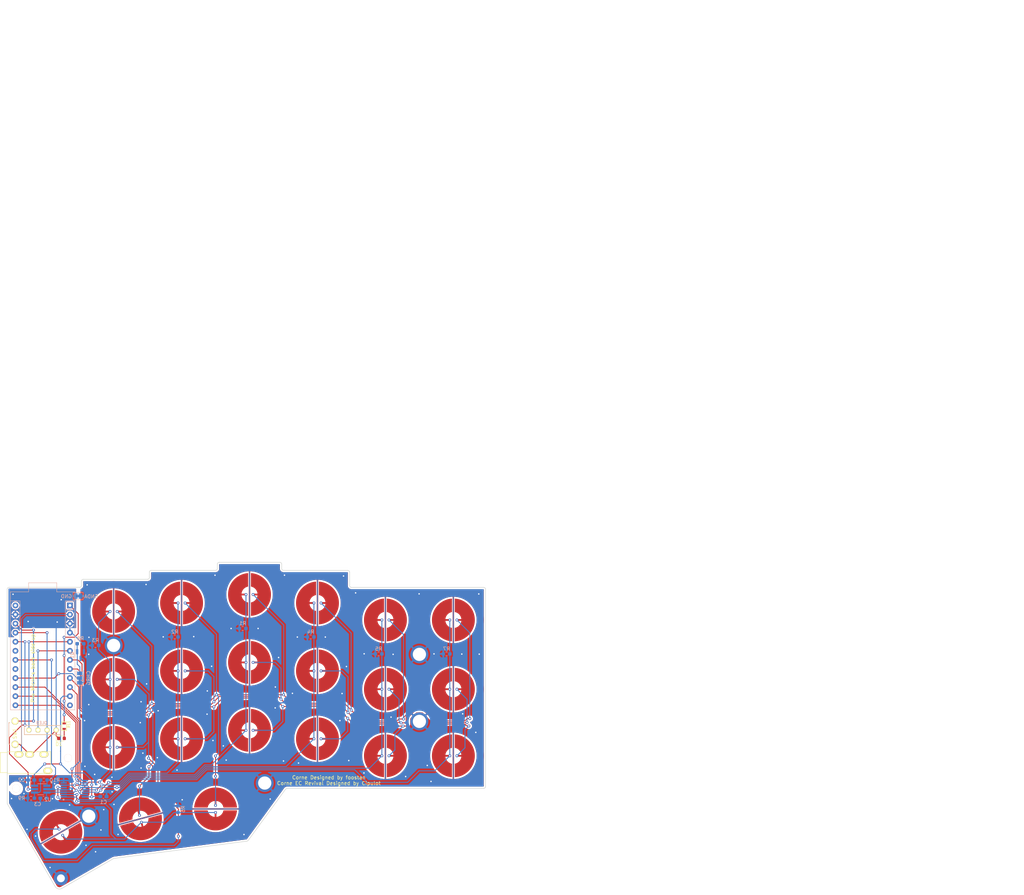
<source format=kicad_pcb>
(kicad_pcb (version 20211014) (generator pcbnew)
  (layers (0 "F.Cu" signal) (31 "B.Cu" signal) (34 "B.Paste" user) (35 "F.Paste" user) (36 "B.SilkS" user "B.Silkscreen") (37 "F.SilkS" user "F.Silkscreen") (38 "B.Mask" user) (39 "F.Mask" user) (44 "Edge.Cuts" user))
  (net 0 "")
  (net 1 "GNDA")
  (net 2 "ROW0")
  (net 3 "COL0")
  (net 4 "ROW1")
  (net 5 "ROW2")
  (net 6 "COL1")
  (net 7 "COL2")
  (net 8 "COL4")
  (net 9 "COL5")
  (net 10 "COL6")
  (net 11 "+5V")
  (net 12 "Net-(C3-Pad1)")
  (net 13 "GND")
  (net 14 "Net-(D1-Pad2)")
  (net 15 "SDA")
  (net 16 "SCL")
  (net 17 "Net-(JP1-Pad3)")
  (net 18 "CHARGE_RST")
  (net 19 "Net-(R10-Pad1)")
  (net 20 "ADC")
  (net 21 "LED")
  (net 22 "RESET")
  (net 23 "OPAMP_SHDN")
  (net 24 "DATA")
  (net 25 "COL_EN")
  (net 26 "CSEL2")
  (net 27 "CSEL1")
  (net 28 "CSEL0")
  (net 33 "COL3")
  (net 34 "VCC")
  (footprint "cipulot_parts:ecs_pad" (layer "F.Cu") (at 109.6264 108.6962)
    (fp_text reference "SW19" hide)
    (fp_text value "EC_SW" hide)
  )
  (footprint "cipulot_parts:ecs_pad" (layer "F.Cu") (at 109.6264 70.6962)
    (fp_text reference "SW17" hide)
    (fp_text value "EC_SW" hide)
  )
  (footprint "cipulot_parts:ecs_pad" (layer "F.Cu") (at 147.6264 103.9462)
    (fp_text reference "SW13" hide)
    (fp_text value "EC_SW" hide)
  )
  (footprint "cipulot_parts:ecs_pad" (layer "F.Cu") (at 166.6264 87.3212)
    (fp_text reference "SWe" hide)
    (fp_text value "EC_SW" hide)
  )
  (footprint "cipulot_parts:ecs_pad" (layer "F.Cu") (at 128.6264 68.3212)
    (fp_text reference "SW14" hide)
    (fp_text value "EC_SW" hide)
  )
  (footprint "cipulot_parts:ecs_pad" (layer "F.Cu") (at 147.6264 65.9462)
    (fp_text reference "SW11" hide)
    (fp_text value "EC_SW" hide)
  )
  (footprint "cipulot_parts:TRRS-PJ-320A-no-Fmask" (layer "F.Cu") (at 79.9277 112.9634 90)
    (fp_text reference "J2")
    (fp_text value "MJ-4PP-9")
  )
  (footprint "cipulot_parts:SW_3.5x6.0_TH" (layer "F.Cu") (at 82.016459 104.839259 -90)
    (fp_text reference "SW1")
    (fp_text value "SW_Push")
  )
  (footprint "cipulot_parts:ecs_pad" (layer "F.Cu") (at 117.1264 128.6962 105)
    (fp_text reference "SW21" hide)
    (fp_text value "EC_SW" hide)
  )
  (footprint "cipulot_parts:ecs_pad" (layer "F.Cu") (at 204.6264 92.44494)
    (fp_text reference "SW3" hide)
    (fp_text value "EC_SW" hide)
  )
  (footprint "cipulot_parts:R_0603" (layer "F.Cu") (at 95.8078 102.778 -90)
    (fp_text reference "R11")
    (fp_text value "R" hide)
  )
  (footprint "cipulot_parts:ecs_pad" (layer "F.Cu") (at 166.6264 106.3212)
    (fp_text reference "SW10" hide)
    (fp_text value "EC_SW" hide)
  )
  (footprint "cipulot_parts:ecs_pad" (layer "F.Cu") (at 204.6264 111.0712)
    (fp_text reference "SW4" hide)
    (fp_text value "EC_SW" hide)
  )
  (footprint "cipulot_parts:ecs_pad" (layer "F.Cu") (at 185.6264 73.0712)
    (fp_text reference "SW5" hide)
    (fp_text value "EC_SW" hide)
  )
  (footprint "cipulot_parts:ecs_pad" (layer "F.Cu") (at 185.6264 111.0712)
    (fp_text reference "SWe" hide)
    (fp_text value "EC_SW" hide)
  )
  (footprint "cipulot_parts:ecs_pad" (layer "F.Cu") (at 138.1264 125.9462 90)
    (fp_text reference "SW20" hide)
    (fp_text value "EC_SW" hide)
  )
  (footprint "Diode_SMD:D_0603_1608Metric" (layer "F.Cu") (at 95.0458 106.207)
    (fp_text reference "D1")
    (fp_text value "LED" hide)
  )
  (footprint "cipulot_parts:ecs_pad" (layer "F.Cu") (at 204.6264 73.0712)
    (fp_text reference "SW2" hide)
    (fp_text value "EC_SW" hide)
  )
  (footprint "cipulot_parts:ecs_pad" (layer "F.Cu") (at 94.8764 132.4462 120)
    (fp_text reference "SW22" hide)
    (fp_text value "EC_SW" hide)
  )
  (footprint "cipulot_parts:ecs_pad" (layer "F.Cu") (at 128.6264 106.3212)
    (fp_text reference "SW16" hide)
    (fp_text value "EC_SW" hide)
  )
  (footprint "cipulot_parts:ecs_pad" (layer "F.Cu") (at 185.6264 92.44494)
    (fp_text reference "SW6" hide)
    (fp_text value "EC_SW" hide)
  )
  (footprint "cipulot_parts:ecs_pad" (layer "F.Cu") (at 109.6264 89.6962)
    (fp_text reference "SW18" hide)
    (fp_text value "EC_SW" hide)
  )
  (footprint "cipulot_parts:ecs_pad" (layer "F.Cu") (at 128.6264 87.3212)
    (fp_text reference "SW15" hide)
    (fp_text value "EC_SW" hide)
  )
  (footprint "cipulot_parts:ecs_pad" (layer "F.Cu") (at 147.6264 84.9462)
    (fp_text reference "SW12" hide)
    (fp_text value "EC_SW" hide)
  )
  (footprint "cipulot_parts:ecs_pad" (layer "F.Cu") (at 166.6264 68.3212)
    (fp_text reference "SW8" hide)
    (fp_text value "EC_SW" hide)
  )
  (footprint "cipulot_parts:OLED_Small" (layer "F.Cu") (at 89.712299 103.8702 180)
    (fp_text reference "J1" hide)
    (fp_text value "OLED" hide)
  )
  (footprint "Jumper:SolderJumper-2_P1.3mm_Bridged_Pad1.0x1.5mm" (layer "B.Cu") (at 99.694 66.3798 180)
    (fp_text reference "JP2" hide)
    (fp_text value "Jumper_NC_Small" hide)
  )
  (footprint "cipulot_parts:MountingHole_3.7mm_Pad_TopBottom" (layer "B.Cu") (at 151.8764 118.6962 180)
    (fp_text reference "REF**" hide)
    (fp_text value "MountingHole_3.7mm_Pad_TopBottom" hide)
  )
  (footprint "cipulot_parts:R_0603_1608Metric_Pad0.98x0.95mm_HandSolder" (layer "B.Cu") (at 126.725 77.8212 180)
    (fp_text reference "R2")
    (fp_text value "100k")
  )
  (footprint "Package_TO_SOT_SMD:TSOT-23-6_HandSoldering" (layer "B.Cu") (at 89.2292 120.4056 180)
    (fp_text reference "U2")
    (fp_text value "LTC6255" hide)
  )
  (footprint "cipulot_parts:MountingHole_3.7mm_Pad_TopBottom" (layer "B.Cu") (at 195.1264 82.6962 180)
    (fp_text reference "REF**" hide)
    (fp_text value "MountingHole_3.7mm_Pad_TopBottom" hide)
  )
  (footprint "Jumper:SolderJumper-3_P1.3mm_Bridged12_Pad1.0x1.5mm" (layer "B.Cu") (at 100.1766 89.32328 90)
    (fp_text reference "JP1" hide)
    (fp_text value "Jumper_3_Bridged12" hide)
  )
  (footprint "cipulot_parts:HOLE_M2" (layer "B.Cu") (at 82.3764 120.1962 180)
    (fp_text reference "H22" hide)
    (fp_text value "MountingHole" hide)
  )
  (footprint "cipulot_parts:MountingHole_3.7mm_Pad_TopBottom" (layer "B.Cu") (at 102.675 127.975 180)
    (fp_text reference "REF**" hide)
    (fp_text value "MountingHole_3.7mm_Pad_TopBottom" hide)
  )
  (footprint "cipulot_parts:R_0603_1608Metric_Pad0.98x0.95mm_HandSolder" (layer "B.Cu") (at 90.1 117.85)
    (fp_text reference "R10")
    (fp_text value "22k" hide)
  )
  (footprint "cipulot_parts:R_0603_1608Metric_Pad0.98x0.95mm_HandSolder" (layer "B.Cu") (at 202.725 82.5712 180)
    (fp_text reference "R7")
    (fp_text value "100k")
  )
  (footprint "cipulot_parts:R_0603_1608Metric_Pad0.98x0.95mm_HandSolder" (layer "B.Cu") (at 127.6264 125.9936 90)
    (fp_text reference "R6")
    (fp_text value "100k")
  )
  (footprint "cipulot_parts:C_0603_1608Metric_Pad1.08x0.95mm_HandSolder" (layer "B.Cu") (at 86.575 117.85 180)
    (fp_text reference "C2")
    (fp_text value "0.1u" hide)
  )
  (footprint "cipulot_parts:R_0603_1608Metric_Pad0.98x0.95mm_HandSolder" (layer "B.Cu") (at 145.7 75.4462 180)
    (fp_text reference "R1")
    (fp_text value "100k")
  )
  (footprint "cipulot_parts:R_0603_1608Metric_Pad0.98x0.95mm_HandSolder" (layer "B.Cu") (at 164.725 77.8212 180)
    (fp_text reference "R4")
    (fp_text value "100k")
  )
  (footprint "cipulot_parts:C_0603_1608Metric_Pad1.08x0.95mm_HandSolder" (layer "B.Cu") (at 90 122.925 180)
    (fp_text reference "C3")
    (fp_text value "220p" hide)
  )
  (footprint "cipulot_parts:C_0603_1608Metric_Pad1.08x0.95mm_HandSolder" (layer "B.Cu") (at 106.775 122.475 180)
    (fp_text reference "C1")
    (fp_text value "0.1u" hide)
  )
  (footprint "Package_TO_SOT_SMD:SOT-23" (layer "B.Cu") (at 100.3798 82.8898 -90)
    (fp_text reference "Q1")
    (fp_text value "Q_NMOS_GSD" hide)
  )
  (footprint "cipulot_parts:Sparkfun_Pro_Micro" (layer "B.Cu") (at 82.167299 96.947299)
    (fp_text reference "U3" hide)
    (fp_text value "ProMicro")
  )
  (footprint "cipulot_parts:R_0603_1608Metric_Pad0.98x0.95mm_HandSolder" (layer "B.Cu") (at 86.55 122.925)
    (fp_text reference "R9")
    (fp_text value "1k" hide)
  )
  (footprint "kbd:LEGO_HOLE" (layer "B.Cu") (at 94.8875 145.35 180)
    (fp_text reference "")
    (fp_text value "")
  )
  (footprint "cipulot_parts:MountingHole_3.7mm_Pad_TopBottom" (layer "B.Cu") (at 195.1264 101.4462 180)
    (fp_text reference "REF**" hide)
    (fp_text value "MountingHole_3.7mm_Pad_TopBottom" hide)
  )
  (footprint "cipulot_parts:MountingHole_3.7mm_Pad_TopBottom" (layer "B.Cu") (at 109.6264 80.1962 180)
    (fp_text reference "REF**" hide)
    (fp_text value "MountingHole_3.7mm_Pad_TopBottom" hide)
  )
  (footprint "cipulot_parts:TSSOP16" (layer "B.Cu") (at 98.6272 120.2786 90)
    (fp_text reference "U1")
    (fp_text value "74HC4051")
  )
  (footprint "" (layer "B.Cu") (at 96.8764 111.6962 180)
    (fp_text reference "")
    (fp_text value "")
  )
  (footprint "cipulot_parts:R_0603_1608Metric_Pad0.98x0.95mm_HandSolder" (layer "B.Cu") (at 104.55 80.2 180)
    (fp_text reference "R3")
    (fp_text value "100k")
  )
  (footprint "cipulot_parts:R_0603_1608Metric_Pad0.98x0.95mm_HandSolder" (layer "B.Cu") (at 183.725 82.5712 180)
    (fp_text reference "R5")
    (fp_text value "100k")
  )
  (footprint "cipulot_parts:R_0603_1608Metric_Pad0.98x0.95mm_HandSolder" (layer "B.Cu") (at 100.3544 79.7148)
    (fp_text reference "R8")
    (fp_text value "100k" hide)
  )
  (gr_line (start 156.1264 56.9462) (end 139.1264 56.9462) (layer "Edge.Cuts") (width 0.15))
  (gr_arc (start 157.758949 120.346455) (mid 157.92116 120.238068) (end 158.112502 120.200008) (layer "Edge.Cuts") (width 0.15))
  (gr_line (start 156.6264 58.6962) (end 156.6264 57.4462) (layer "Edge.Cuts") (width 0.15))
  (gr_arc (start 138.6264 58.6962) (mid 138.479953 59.049753) (end 138.1264 59.1962) (layer "Edge.Cuts") (width 0.15))
  (gr_arc (start 79.8764 64.4462) (mid 80.022847 64.092647) (end 80.3764 63.9462) (layer "Edge.Cuts") (width 0.15))
  (gr_line (start 175.612502 63.450008) (end 175.612502 59.700008) (layer "Edge.Cuts") (width 0.15))
  (gr_arc (start 213.612502 119.700008) (mid 213.466055 120.053561) (end 213.112502 120.200008) (layer "Edge.Cuts") (width 0.15))
  (gr_line (start 213.112502 120.200008) (end 158.112502 120.200008) (layer "Edge.Cuts") (width 0.15))
  (gr_arc (start 109.537502 139.850008) (mid 109.86155 139.769157) (end 110.191946 139.720352) (layer "Edge.Cuts") (width 0.15))
  (gr_arc (start 157.1264 59.1962) (mid 156.772847 59.049753) (end 156.6264 58.6962) (layer "Edge.Cuts") (width 0.15))
  (gr_arc (start 156.1264 56.9462) (mid 156.479953 57.092647) (end 156.6264 57.4462) (layer "Edge.Cuts") (width 0.15))
  (gr_arc (start 175.112502 59.200008) (mid 175.466055 59.346455) (end 175.612502 59.700008) (layer "Edge.Cuts") (width 0.15))
  (gr_line (start 138.6264 57.4462) (end 138.6264 58.6962) (layer "Edge.Cuts") (width 0.15))
  (gr_line (start 79.8764 124.4462) (end 79.8764 64.4462) (layer "Edge.Cuts") (width 0.15))
  (gr_line (start 100.6264 63.4462) (end 100.6264 62.1962) (layer "Edge.Cuts") (width 0.15))
  (gr_arc (start 119.6264 59.6962) (mid 119.772847 59.342647) (end 120.1264 59.1962) (layer "Edge.Cuts") (width 0.15))
  (gr_line (start 95.243251 148.110964) (end 109.537502 139.850008) (layer "Edge.Cuts") (width 0.15))
  (gr_arc (start 100.6264 63.4462) (mid 100.479953 63.799753) (end 100.1264 63.9462) (layer "Edge.Cuts") (width 0.15))
  (gr_line (start 110.191946 139.720352) (end 146.862502 134.950008) (layer "Edge.Cuts") (width 0.15))
  (gr_arc (start 213.112502 63.950008) (mid 213.466055 64.096455) (end 213.612502 64.450008) (layer "Edge.Cuts") (width 0.15))
  (gr_arc (start 176.112502 63.950008) (mid 175.758949 63.803561) (end 175.612502 63.450008) (layer "Edge.Cuts") (width 0.15))
  (gr_line (start 175.112502 59.200008) (end 157.1264 59.1962) (layer "Edge.Cuts") (width 0.15))
  (gr_arc (start 95.243251 148.110964) (mid 94.200433 148.321625) (end 93.315239 147.731473) (layer "Edge.Cuts") (width 0.15))
  (gr_line (start 213.112502 63.950008) (end 176.112502 63.950008) (layer "Edge.Cuts") (width 0.15))
  (gr_arc (start 100.6264 62.1962) (mid 100.772847 61.842647) (end 101.1264 61.6962) (layer "Edge.Cuts") (width 0.15))
  (gr_arc (start 138.6264 57.4462) (mid 138.772847 57.092647) (end 139.1264 56.9462) (layer "Edge.Cuts") (width 0.15))
  (gr_line (start 138.1264 59.1962) (end 120.1264 59.1962) (layer "Edge.Cuts") (width 0.15))
  (gr_arc (start 147.216055 134.803561) (mid 147.053844 134.911948) (end 146.862502 134.950008) (layer "Edge.Cuts") (width 0.15))
  (gr_line (start 119.1264 61.6962) (end 101.1264 61.6962) (layer "Edge.Cuts") (width 0.15))
  (gr_line (start 147.216055 134.803561) (end 157.758949 120.346455) (layer "Edge.Cuts") (width 0.15))
  (gr_line (start 100.1264 63.9462) (end 80.3764 63.9462) (layer "Edge.Cuts") (width 0.15))
  (gr_line (start 119.6264 59.6962) (end 119.6264 61.1962) (layer "Edge.Cuts") (width 0.15))
  (gr_line (start 79.8764 124.4462) (end 93.315239 147.731473) (layer "Edge.Cuts") (width 0.15))
  (gr_line (start 213.612502 119.700008) (end 213.612502 64.450008) (layer "Edge.Cuts") (width 0.15))
  (gr_arc (start 119.6264 61.1962) (mid 119.479953 61.549753) (end 119.1264 61.6962) (layer "Edge.Cuts") (width 0.15))
  (gr_text "GND" (at 96.4125 66.45048) (layer "B.SilkS") (effects (font (size 1 1)) (justify mirror)))
  (gr_text "*" (at 95.625 123.65) (layer "B.SilkS") (effects (font (size 1 1)) (justify mirror)))
  (gr_text "CHRG" (at 102.5875 89.30048 90) (layer "B.SilkS") (effects (font (size 1 1)) (justify mirror)))
  (gr_text "OLED" (at 89.50326 101.85512) (layer "B.SilkS") (effects (font (size 0.8128 0.8128)) (justify mirror)))
  (gr_text "GNDA" (at 103.3625 66.50048) (layer "B.SilkS") (effects (font (size 1 1)) (justify mirror)))
  (gr_text "*" (at 92.275 118.875) (layer "B.SilkS") (effects (font (size 1 1)) (justify mirror)))
  (gr_text "Corne Designed by foostan\nCorne EC Revival Designed by Cipulot" (at 169.8125 117.95048) (layer "F.SilkS") (effects (font (size 1 1))))
  (gr_text "Pro Micro's back side up" (at 87.05 86.575 90) (layer "F.SilkS") (effects (font (size 1 1) (thickness 0.2))))
  (segment (start 118.125 113.2) (end 119.8 113.2) (width 0.25) (layer "F.Cu") (net 1))
  (segment (start 120.85 114.25) (end 120.85 118.875) (width 0.25) (layer "F.Cu") (net 1))
  (segment (start 119.8 113.2) (end 120.85 114.25) (width 0.25) (layer "F.Cu") (net 1))
  (via (at 150.025 75.45) (size 0.8) (drill 0.4) (layers "F.Cu" "B.Cu") (net 1))
  (via (at 154.85 91.825) (size 0.8) (drill 0.4) (layers "F.Cu" "B.Cu") (net 1))
  (via (at 128.8 123.375) (size 0.8) (drill 0.4) (layers "F.Cu" "B.Cu") (net 1))
  (via (at 161 77.85) (size 0.8) (drill 0.4) (layers "F.Cu" "B.Cu") (net 1))
  (via (at 161.325 113.1) (size 0.8) (drill 0.4) (layers "F.Cu" "B.Cu") (net 1))
  (via (at 102.725 77.925) (size 0.8) (drill 0.4) (layers "F.Cu" "B.Cu") (net 1))
  (via (at 85.425 131.65) (size 0.8) (drill 0.4) (layers "F.Cu" "B.Cu") (net 1))
  (via (at 187.7812 82.6866) (size 0.8) (drill 0.4) (layers "F.Cu" "B.Cu") (net 1))
  (via (at 109.2 121.15) (size 0.8) (drill 0.4) (layers "F.Cu" "B.Cu") (net 1))
  (via (at 121.85 111.6) (size 0.8) (drill 0.4) (layers "F.Cu" "B.Cu") (net 1))
  (via (at 109.725 124.675) (size 0.8) (drill 0.4) (layers "F.Cu" "B.Cu") (net 1))
  (via (at 101.9 136.125) (size 0.8) (drill 0.4) (layers "F.Cu" "B.Cu") (net 1))
  (via (at 132.025 77.725) (size 0.8) (drill 0.4) (layers "F.Cu" "B.Cu") (net 1))
  (via (at 135.75 99.425) (size 0.8) (drill 0.4) (layers "F.Cu" "B.Cu") (net 1))
  (via (at 210.9 104.525) (size 0.8) (drill 0.4) (layers "F.Cu" "B.Cu") (net 1))
  (via (at 84.55 121.65) (size 0.8) (drill 0.4) (layers "F.Cu" "B.Cu") (net 1))
  (via (at 146.075 133.1) (size 0.8) (drill 0.4) (layers "F.Cu" "B.Cu") (net 1))
  (via (at 187.2 100.25) (size 0.8) (drill 0.4) (layers "F.Cu" "B.Cu") (net 1))
  (via (at 97.3 124.85) (size 0.8) (drill 0.4) (layers "F.Cu" "B.Cu") (net 1))
  (via (at 83.9 117.725) (size 0.8) (drill 0.4) (layers "F.Cu" "B.Cu") (net 1))
  (via (at 104.325 116.275) (size 0.8) (drill 0.4) (layers "F.Cu" "B.Cu") (net 1))
  (via (at 198.375 118.25) (size 0.8) (drill 0.4) (layers "F.Cu" "B.Cu") (net 1))
  (via (at 195.0456 65.7702) (size 0.8) (drill 0.4) (layers "F.Cu" "B.Cu") (net 1))
  (via (at 137.975 60.55) (size 0.8) (drill 0.4) (layers "F.Cu" "B.Cu") (net 1))
  (via (at 211.8604 82.6358) (size 0.8) (drill 0.4) (layers "F.Cu" "B.Cu") (net 1))
  (via (at 207.225 99.325) (size 0.8) (drill 0.4) (layers "F.Cu" "B.Cu") (net 1))
  (via (at 127.35 115.075) (size 0.8) (drill 0.4) (layers "F.Cu" "B.Cu") (net 1))
  (via (at 118.85 90.95) (size 0.8) (drill 0.4) (layers "F.Cu" "B.Cu") (net 1))
  (via (at 159.625 93.6) (size 0.8) (drill 0.4) (layers "F.Cu" "B.Cu") (net 1))
  (via (at 173.5 93.65) (size 0.8) (drill 0.4) (layers "F.Cu" "B.Cu") (net 1))
  (via (at 117.8 110.325) (size 0.8) (drill 0.4) (layers "F.Cu" "B.Cu") (net 1))
  (via (at 117.3 114.5) (size 0.8) (drill 0.4) (layers "F.Cu" "B.Cu") (net 1))
  (via (at 173.9128 60.7664) (size 0.8) (drill 0.4) (layers "F.Cu" "B.Cu") (net 1))
  (via (at 172.9 101.225) (size 0.8) (drill 0.4) (layers "F.Cu" "B.Cu") (net 1))
  (via (at 154.8 97.675) (size 0.8) (drill 0.4) (layers "F.Cu" "B.Cu") (net 1))
  (via (at 81.075 123.025) (size 0.8) (drill 0.4) (layers "F.Cu" "B.Cu") (net 1))
  (via (at 106.075 131.825) (size 0.8) (drill 0.4) (layers "F.Cu" "B.Cu") (net 1))
  (via (at 87.8 133.525) (size 0.8) (drill 0.4) (layers "F.Cu" "B.Cu") (net 1))
  (via (at 118.7 63.15) (size 0.8) (drill 0.4) (layers "F.Cu" "B.Cu") (net 1))
  (via (at 153.4 123.175) (size 0.8) (drill 0.4) (layers "F.Cu" "B.Cu") (net 1))
  (via (at 177.291 65.4908) (size 0.8) (drill 0.4) (layers "F.Cu" "B.Cu") (net 1))
  (via (at 137.4 106.8) (size 0.8) (drill 0.4) (layers "F.Cu" "B.Cu") (net 1))
  (via (at 117.3 95.95) (size 0.8) (drill 0.4) (layers "F.Cu" "B.Cu") (net 1))
  (via (at 122.075 98.475) (size 0.8) (drill 0.4) (layers "F.Cu" "B.Cu") (net 1))
  (via (at 199.2112 82.5596) (size 0.8) (drill 0.4) (layers "F.Cu" "B.Cu") (net 1))
  (via (at 135.825 92.925) (size 0.8) (drill 0.4) (layers "F.Cu" "B.Cu") (net 1))
  (via (at 102.225 63.25) (size 0.8) (drill 0.4) (layers "F.Cu" "B.Cu") (net 1))
  (via (at 102.65 82.675) (size 0.8) (drill 0.4) (layers "F.Cu" "B.Cu") (net 1))
  (via (at 155.75 83.575) (size 0.8) (drill 0.4) (layers "F.Cu" "B.Cu") (net 1))
  (via (at 168.825 77.85) (size 0.8) (drill 0.4) (layers "F.Cu" "B.Cu") (net 1))
  (via (at 140.3 108.3) (size 0.8) (drill 0.4) (layers "F.Cu" "B.Cu") (net 1))
  (via (at 179.625 115.875) (size 0.8) (drill 0.4) (layers "F.Cu" "B.Cu") (net 1))
  (via (at 206.9836 82.6104) (size 0.8) (drill 0.4) (layers "F.Cu" "B.Cu") (net 1))
  (via (at 92.525 123.075) (size 0.8) (drill 0.4) (layers "F.Cu" "B.Cu") (net 1))
  (via (at 211.7334 65.7956) (size 0.8) (drill 0.4) (layers "F.Cu" "B.Cu") (net 1))
  (via (at 197.325 113.775) (size 0.8) (drill 0.4) (layers "F.Cu" "B.Cu") (net 1))
  (via (at 97.575 120.45) (size 0.8) (drill 0.4) (layers "F.Cu" "B.Cu") (net 1))
  (via (at 123.5 77.8) (size 0.8) (drill 0.4) (layers "F.Cu" "B.Cu") (net 1))
  (via (at 137.025 86.025) (size 0.8) (drill 0.4) (layers "F.Cu" "B.Cu") (net 1))
  (via (at 102.675 96.75) (size 0.8) (drill 0.4) (layers "F.Cu" "B.Cu") (net 1))
  (via (at 93.125 118.875) (size 0.8) (drill 0.4) (layers "F.Cu" "B.Cu") (net 1))
  (via (at 101.6 114.025) (size 0.8) (drill 0.4) (layers "F.Cu" "B.Cu") (net 1))
  (via (at 141.1 112.275) (size 0.8) (drill 0.4) (layers "F.Cu" "B.Cu") (net 1))
  (via (at 174.725 86.1) (size 0.8) (drill 0.4) (layers "F.Cu" "B.Cu") (net 1))
  (via (at 117.075 101.8) (size 0.8) (drill 0.4) (layers "F.Cu" "B.Cu") (net 1))
  (via (at 179.6786 82.5342) (size 0.8) (drill 0.4) (layers "F.Cu" "B.Cu") (net 1))
  (via (at 106.85 126.125) (size 0.8) (drill 0.4) (layers "F.Cu" "B.Cu") (net 1))
  (via (at 104.575 137.925) (size 0.8) (drill 0.4) (layers "F.Cu" "B.Cu") (net 1))
  (via (at 191.275 116.875) (size 0.8) (drill 0.4) (layers "F.Cu" "B.Cu") (net 1))
  (via (at 157.4028 60.5378) (size 0.8) (drill 0.4) (layers "F.Cu" "B.Cu") (net 1))
  (via (at 109.15 117.075) (size 0.8) (drill 0.4) (layers "F.Cu" "B.Cu") (net 1))
  (via (at 110.875 133.075) (size 0.8) (drill 0.4) (layers "F.Cu" "B.Cu") (net 1))
  (via (at 157.125 112.525) (size 0.8) (drill 0.4) (layers "F.Cu" "B.Cu") (net 1))
  (via (at 142.475 75.45) (size 0.8) (drill 0.4) (layers "F.Cu" "B.Cu") (net 1))
  (via (at 101.5 101.225) (size 0.8) (drill 0.4) (layers "F.Cu" "B.Cu") (net 1))
  (via (at 91.85 142.325) (size 0.8) (drill 0.4) (layers "F.Cu" "B.Cu") (net 1))
  (via (at 175.375 112.4) (size 0.8) (drill 0.4) (layers "F.Cu" "B.Cu") (net 1))
  (segment (start 204.625 118.475) (end 204.625 65.5) (width 0.25) (layer "B.Cu") (net 1))
  (segment (start 91.13478 120.60118) (end 90.9392 120.4056) (width 0.25) (layer "B.Cu") (net 1))
  (segment (start 93.125 118.875) (end 93.125 119.375) (width 0.25) (layer "B.Cu") (net 1))
  (segment (start 109.625 115.525) (end 109.625 63.3) (width 0.25) (layer "B.Cu") (net 1))
  (segment (start 89.1 135.775) (end 101.525 128.6) (width 0.25) (layer "B.Cu") (net 1))
  (segment (start 95.65286 118.0053) (end 95.65286 118.65554) (width 0.25) (layer "B.Cu") (net 1))
  (segment (start 147.625 110.65) (end 147.625 58.475) (width 0.25) (layer "B.Cu") (net 1))
  (segment (start 92.0944 120.4056) (end 90.9392 120.4056) (width 0.25) (layer "B.Cu") (net 1))
  (segment (start 95.65286 120.60118) (end 97.42382 120.60118) (width 0.25) (layer "B.Cu") (net 1))
  (segment (start 93.125 119.375) (end 92.0944 120.4056) (width 0.25) (layer "B.Cu") (net 1))
  (segment (start 166.625 113.125) (end 166.625 60.925) (width 0.25) (layer "B.Cu") (net 1))
  (segment (start 95.70404 120.55) (end 95.65286 120.60118) (width 0.25) (layer "B.Cu") (net 1))
  (segment (start 110 130.6) (end 124.325 126.775) (width 0.25) (layer "B.Cu") (net 1))
  (segment (start 97.42382 120.60118) (end 97.575 120.45) (width 0.25) (layer "B.Cu") (net 1))
  (segment (start 95.65286 120.60118) (end 91.13478 120.60118) (width 0.25) (layer "B.Cu") (net 1))
  (segment (start 145.575 125.95) (end 130.9 125.95) (width 0.25) (layer "B.Cu") (net 1))
  (segment (start 185.625 117.75) (end 185.625 65.6) (width 0.25) (layer "B.Cu") (net 1))
  (segment (start 128.625 113.125) (end 128.625 60.9) (width 0.25) (layer "B.Cu") (net 1))
  (segment (start 190.19142 73.0712) (end 186.6264 73.0712) (width 0.25) (layer "F.Cu") (net 2))
  (segment (start 205.6264 73.0712) (end 207.66142 73.0712) (width 0.25) (layer "F.Cu") (net 2))
  (segment (start 189.400386 100.775) (end 188.874426 101.30096) (width 0.25) (layer "F.Cu") (net 2))
  (segment (start 193.703565 97.35) (end 190.675 100.378565) (width 0.25) (layer "F.Cu") (net 2))
  (segment (start 174.15096 96.37596) (end 176.05 98.275) (width 0.25) (layer "F.Cu") (net 2))
  (segment (start 100.798203 97.450123) (end 102.09904 98.75096) (width 0.25) (layer "F.Cu") (net 2))
  (segment (start 110.6264 70.6962) (end 112.75186 70.6962) (width 0.25) (layer "F.Cu") (net 2))
  (segment (start 120.3 96.475) (end 120.30048 96.47548) (width 0.25) (layer "F.Cu") (net 2))
  (segment (start 188.874426 101.30096) (end 179.07596 101.30096) (width 0.25) (layer "F.Cu") (net 2))
  (segment (start 208.475 100.675) (end 207.84952 101.30048) (width 0.25) (layer "F.Cu") (net 2))
  (segment (start 120.30048 96.47548) (end 135.92452 96.47548) (width 0.25) (layer "F.Cu") (net 2))
  (segment (start 207.84952 101.30048) (end 200.52548 101.30048) (width 0.25) (layer "F.Cu") (net 2))
  (segment (start 120.3 96.475) (end 118.02404 98.75096) (width 0.25) (layer "F.Cu") (net 2))
  (segment (start 138.39904 94.00096) (end 157.15096 94.00096) (width 0.25) (layer "F.Cu") (net 2))
  (segment (start 157.15096 94.00096) (end 159.52596 96.37596) (width 0.25) (layer "F.Cu") (net 2))
  (segment (start 190.675 100.378565) (end 190.675 100.775) (width 0.25) (layer "F.Cu") (net 2))
  (segment (start 148.6264 65.9462) (end 151.13642 65.9462) (width 0.25) (layer "F.Cu") (net 2))
  (segment (start 135.92452 96.47548) (end 138.39904 94.00096) (width 0.25) (layer "F.Cu") (net 2))
  (segment (start 167.6264 68.3212) (end 170.29142 68.3212) (width 0.25) (layer "F.Cu") (net 2))
  (segment (start 138.125 116.8) (end 138.125 111.125) (width 0.25) (layer "F.Cu") (net 2))
  (segment (start 129.6264 68.3212) (end 131.64686 68.3212) (width 0.25) (layer "F.Cu") (net 2))
  (segment (start 97.407299 84.247299) (end 99.647299 84.247299) (width 0.25) (layer "F.Cu") (net 2))
  (segment (start 179.07596 101.30096) (end 176.05 98.275) (width 0.25) (layer "F.Cu") (net 2))
  (segment (start 159.52596 96.37596) (end 174.15096 96.37596) (width 0.25) (layer "F.Cu") (net 2))
  (segment (start 190.675 100.775) (end 189.400386 100.775) (width 0.25) (layer "F.Cu") (net 2))
  (segment (start 200.52548 101.30048) (end 196.575 97.35) (width 0.25) (layer "F.Cu") (net 2))
  (segment (start 99.647299 84.247299) (end 100.798203 85.398203) (width 0.25) (layer "F.Cu") (net 2))
  (segment (start 209.225 100.675) (end 208.475 100.675) (width 0.25) (layer "F.Cu") (net 2))
  (segment (start 118.02404 98.75096) (end 102.09904 98.75096) (width 0.25) (layer "F.Cu") (net 2))
  (segment (start 100.798203 85.398203) (end 100.798203 97.450123) (width 0.25) (layer "F.Cu") (net 2))
  (segment (start 138.1264 124.9462) (end 138.1264 122.57074) (width 0.25) (layer "F.Cu") (net 2))
  (segment (start 196.575 97.35) (end 193.703565 97.35) (width 0.25) (layer "F.Cu") (net 2))
  (via (at 138.125 111.125) (size 0.8) (drill 0.4) (layers "F.Cu" "B.Cu") (net 2))
  (via (at 138.125 116.8) (size 0.8) (drill 0.4) (layers "F.Cu" "B.Cu") (net 2))
  (via (at 209.225 100.675) (size 0.8) (drill 0.4) (layers "F.Cu" "B.Cu") (net 2))
  (via (at 110.6264 70.6962) (size 0.8) (drill 0.4) (layers "F.Cu" "B.Cu") (net 2))
  (via (at 190.675 100.775) (size 0.8) (drill 0.4) (layers "F.Cu" "B.Cu") (net 2))
  (via (at 186.6264 73.0712) (size 0.8) (drill 0.4) (layers "F.Cu" "B.Cu") (net 2))
  (via (at 148.6264 65.9462) (size 0.8) (drill 0.4) (layers "F.Cu" "B.Cu") (net 2))
  (via (at 176.05 98.275) (size 0.8) (drill 0.4) (layers "F.Cu" "B.Cu") (net 2))
  (via (at 129.6264 68.3212) (size 0.8) (drill 0.4) (layers "F.Cu" "B.Cu") (net 2))
  (via (at 167.6264 68.3212) (size 0.8) (drill 0.4) (layers "F.Cu" "B.Cu") (net 2))
  (via (at 138.1264 124.9462) (size 0.8) (drill 0.4) (layers "F.Cu" "B.Cu") (net 2))
  (via (at 157.15096 94.00096) (size 0.8) (drill 0.4) (layers "F.Cu" "B.Cu") (net 2))
  (via (at 138.39904 94.00096) (size 0.8) (drill 0.4) (layers "F.Cu" "B.Cu") (net 2))
  (via (at 120.3 96.475) (size 0.8) (drill 0.4) (layers "F.Cu" "B.Cu") (net 2))
  (via (at 205.6264 73.0712) (size 0.8) (drill 0.4) (layers "F.Cu" "B.Cu") (net 2))
  (segment (start 190.675 78.375) (end 190.675 100.35) (width 0.25) (layer "B.Cu") (net 2))
  (segment (start 186.6264 73.0764) (end 189.55 76) (width 0.25) (layer "B.Cu") (net 2))
  (segment (start 138.125 116.8) (end 138.1264 116.8014) (width 0.25) (layer "B.Cu") (net 2))
  (segment (start 110.6264 70.7014) (end 110.6264 70.6962) (width 0.25) (layer "B.Cu") (net 2))
  (segment (start 186.6264 73.0712) (end 186.6264 73.0764) (width 0.25) (layer "B.Cu") (net 2))
  (segment (start 189.55 76) (end 190.675 77.125) (width 0.25) (layer "B.Cu") (net 2))
  (segment (start 209.2188 100.6688) (end 209.2188 76.6636) (width 0.25) (layer "B.Cu") (net 2))
  (segment (start 120.3 96.475) (end 120.3 80.375) (width 0.25) (layer "B.Cu") (net 2))
  (segment (start 190.675 100.35) (end 190.675 100.775) (width 0.25) (layer "B.Cu") (net 2))
  (segment (start 174.1625 74.8625) (end 174.4 75.1) (width 0.25) (layer "B.Cu") (net 2))
  (segment (start 157.175 93.97692) (end 157.175 74.4948) (width 0.25) (layer "B.Cu") (net 2))
  (segment (start 167.6264 68.3264) (end 174.1625 74.8625) (width 0.25) (layer "B.Cu") (net 2))
  (segment (start 138.975 110.275) (end 138.125 111.125) (width 0.25) (layer "B.Cu") (net 2))
  (segment (start 209.2188 76.6636) (end 205.6264 73.0712) (width 0.25) (layer "B.Cu") (net 2))
  (segment (start 209.225 100.675) (end 209.2188 100.6688) (width 0.25) (layer "B.Cu") (net 2))
  (segment (start 138.1264 116.8014) (end 138.1264 124.9462) (width 0.25) (layer "B.Cu") (net 2))
  (segment (start 176.05 76.75) (end 176.05 98.275) (width 0.25) (layer "B.Cu") (net 2))
  (segment (start 174.1625 74.8625) (end 176.05 76.75) (width 0.25) (layer "B.Cu") (net 2))
  (segment (start 157.15096 94.00096) (end 157.175 93.97692) (width 0.25) (layer "B.Cu") (net 2))
  (segment (start 190.675 77.125) (end 190.675 78.375) (width 0.25) (layer "B.Cu") (net 2))
  (segment (start 138.975 94.57692) (end 138.975 110.275) (width 0.25) (layer "B.Cu") (net 2))
  (segment (start 129.6264 68.3212) (end 129.6264 68.3264) (width 0.25) (layer "B.Cu") (net 2))
  (segment (start 138.39904 94.00096) (end 138.975 94.57692) (width 0.25) (layer "B.Cu") (net 2))
  (segment (start 148.6264 65.9462) (end 157.175 74.4948) (width 0.25) (layer "B.Cu") (net 2))
  (segment (start 167.6264 68.3212) (end 167.6264 68.3264) (width 0.25) (layer "B.Cu") (net 2))
  (segment (start 120.3 80.375) (end 110.6264 70.7014) (width 0.25) (layer "B.Cu") (net 2))
  (segment (start 138.4 94) (end 138.39904 94.00096) (width 0.25) (layer "B.Cu") (net 2))
  (segment (start 129.6264 68.3264) (end 138.4 77.1) (width 0.25) (layer "B.Cu") (net 2))
  (segment (start 138.4 77.1) (end 138.4 94) (width 0.25) (layer "B.Cu") (net 2))
  (segment (start 99.275 121.975) (end 99.275 123.80002) (width 0.25) (layer "F.Cu") (net 3))
  (segment (start 203.6264 92.44494) (end 201.5106 92.44494) (width 0.25) (layer "F.Cu") (net 3))
  (segment (start 99.35 121.9) (end 99.275 121.975) (width 0.25) (layer "F.Cu") (net 3))
  (segment (start 203.6264 73.0712) (end 201.12686 73.0712) (width 0.25) (layer "F.Cu") (net 3))
  (segment (start 203.6264 111.0712) (end 201.00142 111.0712) (width 0.25) (layer "F.Cu") (net 3))
  (via (at 99.275 123.80002) (size 0.8) (drill 0.4) (layers "F.Cu" "B.Cu") (net 3))
  (via (at 99.35 121.9) (size 0.8) (drill 0.4) (layers "F.Cu" "B.Cu") (net 3))
  (via (at 203.6264 111.0712) (size 0.8) (drill 0.4) (layers "F.Cu" "B.Cu") (net 3))
  (via (at 203.6264 92.44494) (size 0.8) (drill 0.4) (layers "F.Cu" "B.Cu") (net 3))
  (via (at 203.6264 73.0712) (size 0.8) (drill 0.4) (layers "F.Cu" "B.Cu") (net 3))
  (segment (start 135.624999 114.975) (end 177.05 114.975) (width 0.25) (layer "B.Cu") (net 3))
  (segment (start 203.6264 73.0712) (end 203.6264 111.0712) (width 0.25) (layer "B.Cu") (net 3))
  (segment (start 97.350114 121.90166) (end 99.34834 121.90166) (width 0.25) (layer "B.Cu") (net 3))
  (segment (start 203.6264 111.0736) (end 203.6264 111.0712) (width 0.25) (layer "B.Cu") (net 3))
  (segment (start 99.34834 121.90166) (end 99.35 121.9) (width 0.25) (layer "B.Cu") (net 3))
  (segment (start 191.8 118.5) (end 195.025 115.275) (width 0.25) (layer "B.Cu") (net 3))
  (segment (start 177.05 114.975) (end 180.575 118.5) (width 0.25) (layer "B.Cu") (net 3))
  (segment (start 199.425 115.275) (end 203.6264 111.0736) (width 0.25) (layer "B.Cu") (net 3))
  (segment (start 195.025 115.275) (end 199.425 115.275) (width 0.25) (layer "B.Cu") (net 3))
  (segment (start 95.65286 121.90166) (end 97.350114 121.90166) (width 0.25) (layer "B.Cu") (net 3))
  (segment (start 108.59998 123.80002) (end 114.65 117.75) (width 0.25) (layer "B.Cu") (net 3))
  (segment (start 99.275 123.80002) (end 108.59998 123.80002) (width 0.25) (layer "B.Cu") (net 3))
  (segment (start 132.849999 117.75) (end 135.624999 114.975) (width 0.25) (layer "B.Cu") (net 3))
  (segment (start 180.575 118.5) (end 191.8 118.5) (width 0.25) (layer "B.Cu") (net 3))
  (segment (start 114.65 117.75) (end 132.849999 117.75) (width 0.25) (layer "B.Cu") (net 3))
  (segment (start 119.5 114.125) (end 119.5 116.919424) (width 0.25) (layer "F.Cu") (net 4))
  (segment (start 193.889762 97.79952) (end 196.388802 97.79952) (width 0.25) (layer "F.Cu") (net 4))
  (segment (start 101.912842 99.20048) (end 102.27452 99.20048) (width 0.25) (layer "F.Cu") (net 4))
  (segment (start 156.425 95.225) (end 158.02548 96.82548) (width 0.25) (layer "F.Cu") (net 4))
  (segment (start 97.407299 86.787299) (end 99.537299 86.787299) (width 0.25) (layer "F.Cu") (net 4))
  (segment (start 186.6264 92.44494) (end 189.3406 92.44494) (width 0.25) (layer "F.Cu") (net 4))
  (segment (start 190.007587 101.862813) (end 189.895254 101.75048) (width 0.25) (layer "F.Cu") (net 4))
  (segment (start 173.050479 96.82548) (end 175.175 98.95) (width 0.25) (layer "F.Cu") (net 4))
  (segment (start 99.537299 86.787299) (end 100.348683 87.598683) (width 0.25) (layer "F.Cu") (net 4))
  (segment (start 136.7 96.925) (end 137.6625 95.9625) (width 0.25) (layer "F.Cu") (net 4))
  (segment (start 190.007587 101.862813) (end 191.112187 101.862813) (width 0.25) (layer "F.Cu") (net 4))
  (segment (start 100.348683 97.636321) (end 101.912842 99.20048) (width 0.25) (layer "F.Cu") (net 4))
  (segment (start 139.17452 94.45048) (end 155.65048 94.45048) (width 0.25) (layer "F.Cu") (net 4))
  (segment (start 191.425 100.264282) (end 193.889762 97.79952) (width 0.25) (layer "F.Cu") (net 4))
  (segment (start 119.525 98.325) (end 120.925 96.925) (width 0.25) (layer "F.Cu") (net 4))
  (segment (start 129.6264 87.3212) (end 132.62142 87.3212) (width 0.25) (layer "F.Cu") (net 4))
  (segment (start 118.64952 99.20048) (end 119.525 98.325) (width 0.25) (layer "F.Cu") (net 4))
  (segment (start 177.97548 101.75048) (end 175.175 98.95) (width 0.25) (layer "F.Cu") (net 4))
  (segment (start 191.425 101.55) (end 191.425 100.264282) (width 0.25) (layer "F.Cu") (net 4))
  (segment (start 196.388802 97.79952) (end 200.339282 101.75) (width 0.25) (layer "F.Cu") (net 4))
  (segment (start 137.6625 95.9625) (end 139.17452 94.45048) (width 0.25) (layer "F.Cu") (net 4))
  (segment (start 200.339282 101.75) (end 208.45 101.75) (width 0.25) (layer "F.Cu") (net 4))
  (segment (start 167.6264 87.3212) (end 170.11686 87.3212) (width 0.25) (layer "F.Cu") (net 4))
  (segment (start 158.02548 96.82548) (end 173.050479 96.82548) (width 0.25) (layer "F.Cu") (net 4))
  (segment (start 205.6264 92.44494) (end 207.54768 92.44494) (width 0.25) (layer "F.Cu") (net 4))
  (segment (start 100.348683 87.598683) (end 100.348683 97.636321) (width 0.25) (layer "F.Cu") (net 4))
  (segment (start 116.867581 127.730274) (end 116.867581 127.421921) (width 0.25) (layer "F.Cu") (net 4))
  (segment (start 110.6264 89.6962) (end 112.47186 89.6962) (width 0.25) (layer "F.Cu") (net 4))
  (segment (start 155.65048 94.45048) (end 156.425 95.225) (width 0.25) (layer "F.Cu") (net 4))
  (segment (start 120.925 96.925) (end 136.7 96.925) (width 0.25) (layer "F.Cu") (net 4))
  (segment (start 191.112187 101.862813) (end 191.425 101.55) (width 0.25) (layer "F.Cu") (net 4))
  (segment (start 102.27452 99.20048) (end 118.64952 99.20048) (width 0.25) (layer "F.Cu") (net 4))
  (segment (start 148.6264 84.9462) (end 150.31642 84.9462) (width 0.25) (layer "F.Cu") (net 4))
  (segment (start 189.895254 101.75048) (end 177.97548 101.75048) (width 0.25) (layer "F.Cu") (net 4))
  (segment (start 119.5 116.919424) (end 116.869424 119.55) (width 0.25) (layer "F.Cu") (net 4))
  (via (at 205.6264 92.44494) (size 0.8) (drill 0.4) (layers "F.Cu" "B.Cu") (net 4))
  (via (at 186.6264 92.44494) (size 0.8) (drill 0.4) (layers "F.Cu" "B.Cu") (net 4))
  (via (at 148.6264 84.9462) (size 0.8) (drill 0.4) (layers "F.Cu" "B.Cu") (net 4))
  (via (at 208.45 101.75) (size 0.8) (drill 0.4) (layers "F.Cu" "B.Cu") (net 4))
  (via (at 175.175 98.95) (size 0.8) (drill 0.4) (layers "F.Cu" "B.Cu") (net 4))
  (via (at 156.425 95.225) (size 0.8) (drill 0.4) (layers "F.Cu" "B.Cu") (net 4))
  (via (at 119.5 114.125) (size 0.8) (drill 0.4) (layers "F.Cu" "B.Cu") (net 4))
  (via (at 129.6264 87.3212) (size 0.8) (drill 0.4) (layers "F.Cu" "B.Cu") (net 4))
  (via (at 116.869424 119.55) (size 0.8) (drill 0.4) (layers "F.Cu" "B.Cu") (net 4))
  (via (at 110.6264 89.6962) (size 0.8) (drill 0.4) (layers "F.Cu" "B.Cu") (net 4))
  (via (at 119.525 98.325) (size 0.8) (drill 0.4) (layers "F.Cu" "B.Cu") (net 4))
  (via (at 167.6264 87.3212) (size 0.8) (drill 0.4) (layers "F.Cu" "B.Cu") (net 4))
  (via (at 190.007587 101.862813) (size 0.8) (drill 0.4) (layers "F.Cu" "B.Cu") (net 4))
  (via (at 116.867581 127.730274) (size 0.8) (drill 0.4) (layers "F.Cu" "B.Cu") (net 4))
  (via (at 137.6625 95.9625) (size 0.8) (drill 0.4) (layers "F.Cu" "B.Cu") (net 4))
  (segment (start 137.662299 88.912299) (end 136.0712 87.3212) (width 0.25) (layer "B.Cu") (net 4))
  (segment (start 116.867581 119.551843) (end 116.867581 127.730274) (width 0.25) (layer "B.Cu") (net 4))
  (segment (start 175.175 89) (end 175.175 98.95) (width 0.25) (layer "B.Cu") (net 4))
  (segment (start 119.525 98.325) (end 119.525 93.85) (width 0.25) (layer "B.Cu") (net 4))
  (segment (start 120.6 113.025) (end 120.6 99.4) (width 0.25) (layer "B.Cu") (net 4))
  (segment (start 120.6 99.4) (end 119.525 98.325) (width 0.25) (layer "B.Cu") (net 4))
  (segment (start 156.426449 95.223551) (end 156.426449 86.576449) (width 0.25) (layer "B.Cu") (net 4))
  (segment (start 154.7962 84.9462) (end 148.6264 84.9462) (width 0.25) (layer "B.Cu") (net 4))
  (segment (start 208.4568 95.27534) (end 205.6264 92.44494) (width 0.25) (layer "B.Cu") (net 4))
  (segment (start 136.0712 87.3212) (end 129.6264 87.3212) (width 0.25) (layer "B.Cu") (net 4))
  (segment (start 208.4568 101.7432) (end 208.4568 95.27534) (width 0.25) (layer "B.Cu") (net 4))
  (segment (start 173.4962 87.3212) (end 175.175 89) (width 0.25) (layer "B.Cu") (net 4))
  (segment (start 116.869424 119.55) (end 116.867581 119.551843) (width 0.25) (layer "B.Cu") (net 4))
  (segment (start 190.007587 101.862813) (end 189.4402 101.295426) (width 0.25) (layer "B.Cu") (net 4))
  (segment (start 115.3712 89.6962) (end 110.6264 89.6962) (width 0.25) (layer "B.Cu") (net 4))
  (segment (start 189.4402 95.2652) (end 186.6098 92.4348) (width 0.25) (layer "B.Cu") (net 4))
  (segment (start 167.6264 87.3212) (end 173.4962 87.3212) (width 0.25) (layer "B.Cu") (net 4))
  (segment (start 156.425 95.225) (end 156.426449 95.223551) (width 0.25) (layer "B.Cu") (net 4))
  (segment (start 137.662299 88.912299) (end 137.662299 95.962299) (width 0.25) (layer "B.Cu") (net 4))
  (segment (start 208.45 101.75) (end 208.4568 101.7432) (width 0.25) (layer "B.Cu") (net 4))
  (segment (start 137.662299 95.962299) (end 137.6625 95.9625) (width 0.25) (layer "B.Cu") (net 4))
  (segment (start 119.5 114.125) (end 120.6 113.025) (width 0.25) (layer "B.Cu") (net 4))
  (segment (start 189.4402 101.295426) (end 189.4402 95.2652) (width 0.25) (layer "B.Cu") (net 4))
  (segment (start 119.525 93.85) (end 115.3712 89.6962) (width 0.25) (layer "B.Cu") (net 4))
  (segment (start 156.426449 86.576449) (end 154.7962 84.9462) (width 0.25) (layer "B.Cu") (net 4))
  (segment (start 189.375 102.75) (end 188.825 102.2) (width 0.25) (layer "F.Cu") (net 5))
  (segment (start 140.125 94.9) (end 137.65048 97.37452) (width 0.25) (layer "F.Cu") (net 5))
  (segment (start 176.725 102.2) (end 175.0875 100.5625) (width 0.25) (layer "F.Cu") (net 5))
  (segment (start 156.925 97.275) (end 154.55 94.9) (width 0.25) (layer "F.Cu") (net 5))
  (segment (start 207.874906 102.19952) (end 208.400386 102.725) (width 0.25) (layer "F.Cu") (net 5))
  (segment (start 101.726645 99.65) (end 119.4 99.65) (width 0.25) (layer "F.Cu") (net 5))
  (segment (start 190.55 102.75) (end 191.425 102.75) (width 0.25) (layer "F.Cu") (net 5))
  (segment (start 208.400386 102.725) (end 208.95 102.725) (width 0.25) (layer "F.Cu") (net 5))
  (segment (start 119.4 99.65) (end 121.67548 97.37452) (width 0.25) (layer "F.Cu") (net 5))
  (segment (start 190.55 102.75) (end 189.375 102.75) (width 0.25) (layer "F.Cu") (net 5))
  (segment (start 191.425 102.75) (end 191.925 102.25) (width 0.25) (layer "F.Cu") (net 5))
  (segment (start 186.6264 111.0712) (end 189.35686 111.0712) (width 0.25) (layer "F.Cu") (net 5))
  (segment (start 191.925 100.4) (end 194.025 98.3) (width 0.25) (layer "F.Cu") (net 5))
  (segment (start 94.3764 131.580175) (end 94.3764 131.42074) (width 0.25) (layer "F.Cu") (net 5))
  (segment (start 99.899163 91.819163) (end 99.899163 97.822518) (width 0.25) (layer "F.Cu") (net 5))
  (segment (start 171.8 97.275) (end 156.925 97.275) (width 0.25) (layer "F.Cu") (net 5))
  (segment (start 191.925 102.25) (end 191.925 100.4) (width 0.25) (layer "F.Cu") (net 5))
  (segment (start 148.6264 103.9462) (end 150.81186 103.9462) (width 0.25) (layer "F.Cu") (net 5))
  (segment (start 99.899163 97.822518) (end 101.726645 99.65) (width 0.25) (layer "F.Cu") (net 5))
  (segment (start 200.153084 102.19952) (end 207.874906 102.19952) (width 0.25) (layer "F.Cu") (net 5))
  (segment (start 167.6264 106.3212) (end 169.88142 106.3212) (width 0.25) (layer "F.Cu") (net 5))
  (segment (start 127.725 125.95) (end 127.725 133.575) (width 0.25) (layer "F.Cu") (net 5))
  (segment (start 205.6264 111.0712) (end 208.18686 111.0712) (width 0.25) (layer "F.Cu") (net 5))
  (segment (start 122.025 120.25) (end 127.725 125.95) (width 0.25) (layer "F.Cu") (net 5))
  (segment (start 194.025 98.3) (end 196.253564 98.3) (width 0.25) (layer "F.Cu") (net 5))
  (segment (start 110.6264 108.6962) (end 113.06642 108.6962) (width 0.25) (layer "F.Cu") (net 5))
  (segment (start 154.55 94.9) (end 140.125 94.9) (width 0.25) (layer "F.Cu") (net 5))
  (segment (start 129.6264 106.3212) (end 132.13686 106.3212) (width 0.25) (layer "F.Cu") (net 5))
  (segment (start 188.825 102.2) (end 176.725 102.2) (width 0.25) (layer "F.Cu") (net 5))
  (segment (start 121.67548 97.37452) (end 137.65048 97.37452) (width 0.25) (layer "F.Cu") (net 5))
  (segment (start 196.253564 98.3) (end 200.153084 102.19952) (width 0.25) (layer "F.Cu") (net 5))
  (segment (start 97.407299 89.327299) (end 99.899163 91.819163) (width 0.25) (layer "F.Cu") (net 5))
  (segment (start 122.025 114.375) (end 122.025 120.25) (width 0.25) (layer "F.Cu") (net 5))
  (segment (start 175.0875 100.5625) (end 171.8 97.275) (width 0.25) (layer "F.Cu") (net 5))
  (segment (start 119.4 111.75) (end 122.025 114.375) (width 0.25) (layer "F.Cu") (net 5))
  (via (at 110.6264 108.6962) (size 0.8) (drill 0.4) (layers "F.Cu" "B.Cu") (net 5))
  (via (at 208.95 102.725) (size 0.8) (drill 0.4) (layers "F.Cu" "B.Cu") (net 5))
  (via (at 175.0875 100.5625) (size 0.8) (drill 0.4) (layers "F.Cu" "B.Cu") (net 5))
  (via (at 190.55 102.75) (size 0.8) (drill 0.4) (layers "F.Cu" "B.Cu") (net 5))
  (via (at 119.4 111.75) (size 0.8) (drill 0.4) (layers "F.Cu" "B.Cu") (net 5))
  (via (at 156.925 97.275) (size 0.8) (drill 0.4) (layers "F.Cu" "B.Cu") (net 5))
  (via (at 186.6264 111.0712) (size 0.8) (drill 0.4) (layers "F.Cu" "B.Cu") (net 5))
  (via (at 94.3764 131.580175) (size 0.8) (drill 0.4) (layers "F.Cu" "B.Cu") (net 5))
  (via (at 127.725 133.575) (size 0.8) (drill 0.4) (layers "F.Cu" "B.Cu") (net 5))
  (via (at 205.6264 111.0712) (size 0.8) (drill 0.4) (layers "F.Cu" "B.Cu") (net 5))
  (via (at 148.6264 103.9462) (size 0.8) (drill 0.4) (layers "F.Cu" "B.Cu") (net 5))
  (via (at 129.6264 106.3212) (size 0.8) (drill 0.4) (layers "F.Cu" "B.Cu") (net 5))
  (via (at 167.6264 106.3212) (size 0.8) (drill 0.4) (layers "F.Cu" "B.Cu") (net 5))
  (via (at 137.65048 97.37452) (size 0.8) (drill 0.4) (layers "F.Cu" "B.Cu") (net 5))
  (via (at 119.4 99.65) (size 0.8) (drill 0.4) (layers "F.Cu" "B.Cu") (net 5))
  (segment (start 137.65048 104.37452) (end 137.65048 97.37452) (width 0.25) (layer "B.Cu") (net 5))
  (segment (start 117.9538 108.6962) (end 119.4 107.25) (width 0.25) (layer "B.Cu") (net 5))
  (segment (start 86.55 134.225) (end 90.05 140.4) (width 0.25) (layer "B.Cu") (net 5))
  (segment (start 156.925 101.475) (end 156.925 97.275) (width 0.25) (layer "B.Cu") (net 5))
  (segment (start 208.95 102.725) (end 207.8726 103.8024) (width 0.25) (layer "B.Cu") (net 5))
  (segment (start 103.7 136.15) (end 126.6 136.15) (width 0.25) (layer "B.Cu") (net 5))
  (segment (start 86.55 132.825) (end 86.55 134.225) (width 0.25) (layer "B.Cu") (net 5))
  (segment (start 135.7038 106.3212) (end 137.65048 104.37452) (width 0.25) (layer "B.Cu") (net 5))
  (segment (start 90.05 140.4) (end 99.45 140.4) (width 0.25) (layer "B.Cu") (net 5))
  (segment (start 119.4 107.25) (end 119.4 111.75) (width 0.25) (layer "B.Cu") (net 5))
  (segment (start 127.725 135.025) (end 127.725 133.575) (width 0.25) (layer "B.Cu") (net 5))
  (segment (start 175.0875 104.1875) (end 175.0875 100.5625) (width 0.25) (layer "B.Cu") (net 5))
  (segment (start 190.55 102.75) (end 188.277455 105.022545) (width 0.25) (layer "B.Cu") (net 5))
  (segment (start 207.8726 108.825) (end 205.6264 111.0712) (width 0.25) (layer "B.Cu") (net 5))
  (segment (start 94.3764 131.580175) (end 87.794825 131.580175) (width 0.25) (layer "B.Cu") (net 5))
  (segment (start 99.45 140.4) (end 103.7 136.15) (width 0.25) (layer "B.Cu") (net 5))
  (segment (start 167.6264 106.3212) (end 172.9538 106.3212) (width 0.25) (layer "B.Cu") (net 5))
  (segment (start 148.6264 103.9462) (end 154.4538 103.9462) (width 0.25) (layer "B.Cu") (net 5))
  (segment (start 129.6264 106.3212) (end 135.7038 106.3212) (width 0.25) (layer "B.Cu") (net 5))
  (segment (start 172.9538 106.3212) (end 175.0875 104.1875) (width 0.25) (layer "B.Cu") (net 5))
  (segment (start 207.8726 103.8024) (end 207.8726 108.825) (width 0.25) (layer "B.Cu") (net 5))
  (segment (start 87.794825 131.580175) (end 86.55 132.825) (width 0.25) (layer "B.Cu") (net 5))
  (segment (start 154.4538 103.9462) (end 156.925 101.475) (width 0.25) (layer "B.Cu") (net 5))
  (segment (start 188.277455 109.420145) (end 186.6264 111.0712) (width 0.25) (layer "B.Cu") (net 5))
  (segment (start 110.6264 108.6962) (end 117.9538 108.6962) (width 0.25) (layer "B.Cu") (net 5))
  (segment (start 119.4 107.25) (end 119.4 99.65) (width 0.25) (layer "B.Cu") (net 5))
  (segment (start 126.6 136.15) (end 127.725 135.025) (width 0.25) (layer "B.Cu") (net 5))
  (segment (start 188.277455 105.022545) (end 188.277455 109.420145) (width 0.25) (layer "B.Cu") (net 5))
  (segment (start 184.6264 92.44494) (end 181.56768 92.44494) (width 0.25) (layer "F.Cu") (net 6))
  (segment (start 184.6264 73.0712) (end 182.50686 73.0712) (width 0.25) (layer "F.Cu") (net 6))
  (segment (start 184.6264 111.0712) (end 181.53142 111.0712) (width 0.25) (layer "F.Cu") (net 6))
  (via (at 184.6264 73.0712) (size 0.8) (drill 0.4) (layers "F.Cu" "B.Cu") (net 6))
  (via (at 184.6264 111.0712) (size 0.8) (drill 0.4) (layers "F.Cu" "B.Cu") (net 6))
  (via (at 184.6264 92.44494) (size 0.8) (drill 0.4) (layers "F.Cu" "B.Cu") (net 6))
  (segment (start 132.663802 117.30048) (end 114.463802 117.30048) (width 0.25) (layer "B.Cu") (net 6))
  (segment (start 95.70096 122.6) (end 95.65286 122.5519) (width 0.25) (layer "B.Cu") (net 6))
  (segment (start 108.413782 123.3505) (end 99.8505 123.3505) (width 0.25) (layer "B.Cu") (net 6))
  (segment (start 99.1 122.6) (end 95.70096 122.6) (width 0.25) (layer "B.Cu") (net 6))
  (segment (start 114.463802 117.30048) (end 108.413782 123.3505) (width 0.25) (layer "B.Cu") (net 6))
  (segment (start 184.6264 111.0712) (end 184.6264 73.0712) (width 0.25) (layer "B.Cu") (net 6))
  (segment (start 181.1726 114.525) (end 135.439282 114.525) (width 0.25) (layer "B.Cu") (net 6))
  (segment (start 135.439282 114.525) (end 132.663802 117.30048) (width 0.25) (layer "B.Cu") (net 6))
  (segment (start 184.6264 111.0712) (end 181.1726 114.525) (width 0.25) (layer "B.Cu") (net 6))
  (segment (start 99.8505 123.3505) (end 99.1 122.6) (width 0.25) (layer "B.Cu") (net 6))
  (segment (start 165.6264 68.3212) (end 163.05686 68.3212) (width 0.25) (layer "F.Cu") (net 7))
  (segment (start 165.6264 87.3212) (end 162.88686 87.3212) (width 0.25) (layer "F.Cu") (net 7))
  (segment (start 165.6264 106.3212) (end 162.77142 106.3212) (width 0.25) (layer "F.Cu") (net 7))
  (via (at 100.065285 120.027359) (size 0.8) (drill 0.4) (layers "F.Cu" "B.Cu") (net 7))
  (via (at 165.6264 106.3212) (size 0.8) (drill 0.4) (layers "F.Cu" "B.Cu") (net 7))
  (via (at 110.54398 119.95602) (size 0.8) (drill 0.4) (layers "F.Cu" "B.Cu") (net 7))
  (via (at 165.6264 68.3212) (size 0.8) (drill 0.4) (layers "F.Cu" "B.Cu") (net 7))
  (via (at 165.6264 87.3212) (size 0.8) (drill 0.4) (layers "F.Cu" "B.Cu") (net 7))
  (segment (start 135.253084 114.07548) (end 157.87212 114.07548) (width 0.25) (layer "B.Cu") (net 7))
  (segment (start 114.277604 116.85096) (end 132.477604 116.85096) (width 0.25) (layer "B.Cu") (net 7))
  (segment (start 110.54398 119.95602) (end 111.172544 119.95602) (width 0.25) (layer "B.Cu") (net 7))
  (segment (start 157.87212 114.07548) (end 165.6264 106.3212) (width 0.25) (layer "B.Cu") (net 7))
  (segment (start 111.172544 119.95602) (end 114.277604 116.85096) (width 0.25) (layer "B.Cu") (net 7))
  (segment (start 101.60154 119.95602) (end 100.136624 119.95602) (width 0.25) (layer "B.Cu") (net 7))
  (segment (start 165.6264 68.3212) (end 165.6264 106.3212) (width 0.25) (layer "B.Cu") (net 7))
  (segment (start 132.477604 116.85096) (end 135.253084 114.07548) (width 0.25) (layer "B.Cu") (net 7))
  (segment (start 101.60154 119.95602) (end 110.54398 119.95602) (width 0.25) (layer "B.Cu") (net 7))
  (segment (start 100.136624 119.95602) (end 100.065285 120.027359) (width 0.25) (layer "B.Cu") (net 7))
  (segment (start 127.6264 68.3212) (end 125.20142 68.3212) (width 0.25) (layer "F.Cu") (net 8))
  (segment (start 127.6264 106.3212) (end 125.38686 106.3212) (width 0.25) (layer "F.Cu") (net 8))
  (segment (start 127.6264 87.3212) (end 124.65686 87.3212) (width 0.25) (layer "F.Cu") (net 8))
  (segment (start 105.984633 120.715367) (end 108.192991 118.507009) (width 0.25) (layer "F.Cu") (net 8))
  (via (at 127.6264 68.3212) (size 0.8) (drill 0.4) (layers "F.Cu" "B.Cu") (net 8))
  (via (at 106.05 120.68052) (size 0.8) (drill 0.4) (layers "F.Cu" "B.Cu") (net 8))
  (via (at 127.6264 106.3212) (size 0.8) (drill 0.4) (layers "F.Cu" "B.Cu") (net 8))
  (via (at 127.6264 87.3212) (size 0.8) (drill 0.4) (layers "F.Cu" "B.Cu") (net 8))
  (via (at 108.192991 118.507009) (size 0.8) (drill 0.4) (layers "F.Cu" "B.Cu") (net 8))
  (segment (start 108.192991 118.507009) (end 111.350119 118.507009) (width 0.25) (layer "B.Cu") (net 8))
  (segment (start 104.499897 121.405031) (end 104.344866 121.25) (width 0.25) (layer "B.Cu") (net 8))
  (segment (start 104.344866 121.25) (end 101.60296 121.25) (width 0.25) (layer "B.Cu") (net 8))
  (segment (start 127.6264 112.8736) (end 127.6264 106.3212) (width 0.25) (layer "B.Cu") (net 8))
  (segment (start 127.6264 68.3212) (end 127.6264 106.3212) (width 0.25) (layer "B.Cu") (net 8))
  (segment (start 101.60296 121.25) (end 101.60154 121.25142) (width 0.25) (layer "B.Cu") (net 8))
  (segment (start 105.325489 121.405031) (end 104.499897 121.405031) (width 0.25) (layer "B.Cu") (net 8))
  (segment (start 113.905208 115.95192) (end 124.54808 115.95192) (width 0.25) (layer "B.Cu") (net 8))
  (segment (start 124.54808 115.95192) (end 127.6264 112.8736) (width 0.25) (layer "B.Cu") (net 8))
  (segment (start 106.05 120.68052) (end 105.325489 121.405031) (width 0.25) (layer "B.Cu") (net 8))
  (segment (start 111.350119 118.507009) (end 113.905208 115.95192) (width 0.25) (layer "B.Cu") (net 8))
  (segment (start 105.714761 118.45) (end 105.720506 118.444255) (width 0.25) (layer "F.Cu") (net 9))
  (segment (start 100.108587 121.08196) (end 102.740547 118.45) (width 0.25) (layer "F.Cu") (net 9))
  (segment (start 102.740547 118.45) (end 105.714761 118.45) (width 0.25) (layer "F.Cu") (net 9))
  (segment (start 108.6264 108.6962) (end 105.63186 108.6962) (width 0.25) (layer "F.Cu") (net 9))
  (segment (start 108.6264 89.6962) (end 106.57642 89.6962) (width 0.25) (layer "F.Cu") (net 9))
  (segment (start 108.6264 70.6962) (end 106.51186 70.6962) (width 0.25) (layer "F.Cu") (net 9))
  (via (at 105.720506 118.444255) (size 0.8) (drill 0.4) (layers "F.Cu" "B.Cu") (net 9))
  (via (at 108.6264 70.6962) (size 0.8) (drill 0.4) (layers "F.Cu" "B.Cu") (net 9))
  (via (at 108.6264 108.6962) (size 0.8) (drill 0.4) (layers "F.Cu" "B.Cu") (net 9))
  (via (at 100.108587 121.08196) (size 0.8) (drill 0.4) (layers "F.Cu" "B.Cu") (net 9))
  (via (at 108.6264 89.6962) (size 0.8) (drill 0.4) (layers "F.Cu" "B.Cu") (net 9))
  (segment (start 105.4478 80.1974) (end 105.4478 73.8748) (width 0.25) (layer "B.Cu") (net 9))
  (segment (start 100.108587 121.08196) (end 100.108587 121.506039) (width 0.25) (layer "B.Cu") (net 9))
  (segment (start 105.4478 73.8748) (end 108.6264 70.6962) (width 0.25) (layer "B.Cu") (net 9))
  (segment (start 108.6264 108.6962) (end 108.6264 89.6962) (width 0.25) (layer "B.Cu") (net 9))
  (segment (start 108.6264 108.6962) (end 108.6264 115.5486) (width 0.25) (layer "B.Cu") (net 9))
  (segment (start 108.6264 84.5578) (end 108.6264 89.6962) (width 0.25) (layer "B.Cu") (net 9))
  (segment (start 108.6264 115.5486) (end 105.725 118.45) (width 0.25) (layer "B.Cu") (net 9))
  (segment (start 105.4478 80.1974) (end 105.4478 81.3792) (width 0.25) (layer "B.Cu") (net 9))
  (segment (start 100.504208 121.90166) (end 101.60154 121.90166) (width 0.25) (layer "B.Cu") (net 9))
  (segment (start 100.108587 121.506039) (end 100.504208 121.90166) (width 0.25) (layer "B.Cu") (net 9))
  (segment (start 105.4478 81.3792) (end 108.6264 84.5578) (width 0.25) (layer "B.Cu") (net 9))
  (segment (start 95.3764 133.312225) (end 95.3764 133.47074) (width 0.25) (layer "F.Cu") (net 10))
  (segment (start 94.025 119.87668) (end 94.025 122.6) (width 0.25) (layer "F.Cu") (net 10))
  (segment (start 117.385219 129.662126) (end 117.385219 129.929559) (width 0.25) (layer "F.Cu") (net 10))
  (segment (start 138.1264 126.9462) (end 138.1264 129.89622) (width 0.25) (layer "F.Cu") (net 10))
  (via (at 138.1264 126.9462) (size 0.8) (drill 0.4) (layers "F.Cu" "B.Cu") (net 10))
  (via (at 117.385219 129.662126) (size 0.8) (drill 0.4) (layers "F.Cu" "B.Cu") (net 10))
  (via (at 94.025 119.87668) (size 0.8) (drill 0.4) (layers "F.Cu" "B.Cu") (net 10))
  (via (at 94.025 122.6) (size 0.8) (drill 0.4) (layers "F.Cu" "B.Cu") (net 10))
  (via (at 95.3764 133.312225) (size 0.8) (drill 0.4) (layers "F.Cu" "B.Cu") (net 10))
  (segment (start 94.10434 119.95602) (end 94.025 119.87668) (width 0.25) (layer "B.Cu") (net 10))
  (segment (start 110.16848 134.29348) (end 108.875 133) (width 0.25) (layer "B.Cu") (net 10))
  (segment (start 110.16848 134.36848) (end 110.16848 134.29348) (width 0.25) (layer "B.Cu") (net 10))
  (segment (start 109.00652 134.36848) (end 110.16848 134.36848) (width 0.25) (layer "B.Cu") (net 10))
  (segment (start 94.825 123.4) (end 94.025 122.6) (width 0.25) (layer "B.Cu") (net 10))
  (segment (start 112.678865 134.36848) (end 117.385219 129.662126) (width 0.25) (layer "B.Cu") (net 10))
  (segment (start 96.432655 134.36848) (end 109.00652 134.36848) (width 0.25) (layer "B.Cu") (net 10))
  (segment (start 110.16848 134.36848) (end 112.678865 134.36848) (width 0.25) (layer "B.Cu") (net 10))
  (segment (start 107.27452 124.52452) (end 98.94952 124.52452) (width 0.25) (layer "B.Cu") (net 10))
  (segment (start 108.875 133) (end 108.875 126.125) (width 0.25) (layer "B.Cu") (net 10))
  (segment (start 108.875 126.125) (end 107.27452 124.52452) (width 0.25) (layer "B.Cu") (net 10))
  (segment (start 123.736874 129.662126) (end 126.4528 126.9462) (width 0.25) (layer "B.Cu") (net 10))
  (segment (start 97.825 123.4) (end 94.825 123.4) (width 0.25) (layer "B.Cu") (net 10))
  (segment (start 95.3764 133.312225) (end 96.432655 134.36848) (width 0.25) (layer "B.Cu") (net 10))
  (segment (start 95.65286 119.95602) (end 94.10434 119.95602) (width 0.25) (layer "B.Cu") (net 10))
  (segment (start 117.385219 129.662126) (end 123.736874 129.662126) (width 0.25) (layer "B.Cu") (net 10))
  (segment (start 126.4528 126.9462) (end 138.1264 126.9462) (width 0.25) (layer "B.Cu") (net 10))
  (segment (start 98.94952 124.52452) (end 97.825 123.4) (width 0.25) (layer "B.Cu") (net 10))
  (segment (start 91 76.625) (end 90.997701 76.627299) (width 0.25) (layer "F.Cu") (net 11))
  (segment (start 90.997701 76.627299) (end 82.167299 76.627299) (width 0.25) (layer "F.Cu") (net 11))
  (via (at 91 76.625) (size 0.8) (drill 0.4) (layers "F.Cu" "B.Cu") (net 11))
  (segment (start 91.021239 109.769861) (end 90.1277 110.6634) (width 0.25) (layer "B.Cu") (net 11))
  (segment (start 91.021239 103.87252) (end 91.021239 76.646239) (width 0.25) (layer "B.Cu") (net 11))
  (segment (start 91.021239 76.646239) (end 91 76.625) (width 0.25) (layer "B.Cu") (net 11))
  (segment (start 91.021239 103.87252) (end 91.021239 109.769861) (width 0.25) (layer "B.Cu") (net 11))
  (segment (start 97.975 114.775) (end 97.983013 114.783013) (width 0.25) (layer "F.Cu") (net 12))
  (segment (start 99.111658 120.725) (end 99.175 120.725) (width 0.25) (layer "F.Cu") (net 12))
  (segment (start 97.983013 119.596355) (end 99.111658 120.725) (width 0.25) (layer "F.Cu") (net 12))
  (segment (start 97.983013 114.783013) (end 97.983013 119.596355) (width 0.25) (layer "F.Cu") (net 12))
  (via (at 97.975 114.775) (size 0.8) (drill 0.4) (layers "F.Cu" "B.Cu") (net 12))
  (via (at 99.175 120.725) (size 0.8) (drill 0.4) (layers "F.Cu" "B.Cu") (net 12))
  (segment (start 97.975 114.775) (end 100.1766 112.5734) (width 0.25) (layer "B.Cu") (net 12))
  (segment (start 95.65286 121.25142) (end 91.04338 121.25142) (width 0.25) (layer "B.Cu") (net 12))
  (segment (start 90.8625 121.4323) (end 90.9392 121.3556) (width 0.25) (layer "B.Cu") (net 12))
  (segment (start 90.8625 122.925) (end 90.8625 121.4323) (width 0.25) (layer "B.Cu") (net 12))
  (segment (start 101.18072 90.62328) (end 101.3958 90.4082) (width 0.25) (layer "B.Cu") (net 12))
  (segment (start 100.1766 112.5734) (end 100.1766 90.62328) (width 0.25) (layer "B.Cu") (net 12))
  (segment (start 99.175 120.725) (end 98.64858 121.25142) (width 0.25) (layer "B.Cu") (net 12))
  (segment (start 101.3958 84.2868) (end 100.9363 83.8273) (width 0.25) (layer "B.Cu") (net 12))
  (segment (start 100.1766 90.62328) (end 101.18072 90.62328) (width 0.25) (layer "B.Cu") (net 12))
  (segment (start 100.9363 83.8273) (end 100.3798 83.8273) (width 0.25) (layer "B.Cu") (net 12))
  (segment (start 91.04338 121.25142) (end 90.9392 121.3556) (width 0.25) (layer "B.Cu") (net 12))
  (segment (start 101.3958 90.4082) (end 101.3958 84.2868) (width 0.25) (layer "B.Cu") (net 12))
  (segment (start 98.64858 121.25142) (end 95.65286 121.25142) (width 0.25) (layer "B.Cu") (net 12))
  (segment (start 82.12916 107.68016) (end 82.12916 107.84804) (width 0.25) (layer "F.Cu") (net 13))
  (segment (start 82.062299 107.862299) (end 83.326599 107.862299) (width 0.25) (layer "F.Cu") (net 13))
  (segment (start 86.1277 110.6634) (end 86.770359 110.6634) (width 0.25) (layer "F.Cu") (net 13))
  (segment (start 93.561239 105.509939) (end 94.2583 106.207) (width 0.25) (layer "F.Cu") (net 13))
  (segment (start 86.770359 110.6634) (end 93.561239 103.87252) (width 0.25) (layer "F.Cu") (net 13))
  (segment (start 83.326599 107.862299) (end 86.1277 110.6634) (width 0.25) (layer "F.Cu") (net 13))
  (segment (start 93.561239 103.87252) (end 93.561239 105.509939) (width 0.25) (layer "F.Cu") (net 13))
  (via (at 93.85 73.65) (size 0.8) (drill 0.4) (layers "F.Cu" "B.Cu") (net 13))
  (via (at 85.725 73.5) (size 0.8) (drill 0.4) (layers "F.Cu" "B.Cu") (net 13))
  (via (at 81.5 65.875) (size 0.8) (drill 0.4) (layers "F.Cu" "B.Cu") (net 13))
  (via (at 94.975 67.4) (size 0.8) (drill 0.4) (layers "F.Cu" "B.Cu") (net 13))
  (segment (start 101.3298 81.9523) (end 101.3298 79.7777) (width 0.25) (layer "B.Cu") (net 13))
  (segment (start 93.561239 103.87252) (end 93.561239 74.513761) (width 0.25) (layer "B.Cu") (net 13))
  (segment (start 100.9648 79.7148) (end 101.2669 79.7148) (width 0.25) (layer "B.Cu") (net 13))
  (segment (start 97.407299 74.087299) (end 97.407299 76.627299) (width 0.25) (layer "B.Cu") (net 13))
  (segment (start 97.407299 76.627299) (end 97.877299 76.627299) (width 0.25) (layer "B.Cu") (net 13))
  (segment (start 97.877299 76.627299) (end 100.9648 79.7148) (width 0.25) (layer "B.Cu") (net 13))
  (segment (start 101.3298 79.7777) (end 101.2669 79.7148) (width 0.25) (layer "B.Cu") (net 13))
  (segment (start 95.8078 106.1815) (end 95.8333 106.207) (width 0.25) (layer "F.Cu") (net 14))
  (segment (start 95.8078 103.528) (end 95.8078 106.1815) (width 0.25) (layer "F.Cu") (net 14))
  (segment (start 85.95 79.2) (end 85.982701 79.167299) (width 0.25) (layer "F.Cu") (net 15))
  (segment (start 85.982701 79.167299) (end 97.407299 79.167299) (width 0.25) (layer "F.Cu") (net 15))
  (via (at 85.95 79.2) (size 0.8) (drill 0.4) (layers "F.Cu" "B.Cu") (net 15))
  (segment (start 85.941239 79.208761) (end 85.95 79.2) (width 0.25) (layer "B.Cu") (net 15))
  (segment (start 85.941239 103.87252) (end 85.941239 79.208761) (width 0.25) (layer "B.Cu") (net 15))
  (segment (start 88.475 81.725) (end 88.492701 81.707299) (width 0.25) (layer "F.Cu") (net 16))
  (segment (start 88.492701 81.707299) (end 97.407299 81.707299) (width 0.25) (layer "F.Cu") (net 16))
  (via (at 88.475 81.725) (size 0.8) (drill 0.4) (layers "F.Cu" "B.Cu") (net 16))
  (segment (start 88.481239 81.731239) (end 88.475 81.725) (width 0.25) (layer "B.Cu") (net 16))
  (segment (start 88.481239 103.87252) (end 88.481239 81.731239) (width 0.25) (layer "B.Cu") (net 16))
  (segment (start 100.1766 88.02328) (end 100.1766 86.1664) (width 0.25) (layer "B.Cu") (net 17))
  (segment (start 99.4654 85.4552) (end 99.4654 81.9879) (width 0.25) (layer "B.Cu") (net 17))
  (segment (start 99.4298 79.7269) (end 99.4419 79.7148) (width 0.25) (layer "B.Cu") (net 17))
  (segment (start 100.1766 86.1664) (end 99.4654 85.4552) (width 0.25) (layer "B.Cu") (net 17))
  (segment (start 99.4298 81.9523) (end 99.4298 79.7269) (width 0.25) (layer "B.Cu") (net 17))
  (segment (start 99.4654 81.9879) (end 99.4298 81.9523) (width 0.25) (layer "B.Cu") (net 17))
  (segment (start 94.285739 88.1) (end 93.05844 89.327299) (width 0.25) (layer "F.Cu") (net 18))
  (segment (start 93.05844 89.327299) (end 82.167299 89.327299) (width 0.25) (layer "F.Cu") (net 18))
  (via (at 94.285739 88.1) (size 0.8) (drill 0.4) (layers "F.Cu" "B.Cu") (net 18))
  (segment (start 98.125 88.075) (end 99.37328 89.32328) (width 0.25) (layer "B.Cu") (net 18))
  (segment (start 99.37328 89.32328) (end 100.1766 89.32328) (width 0.25) (layer "B.Cu") (net 18))
  (segment (start 94.285739 88.1) (end 94.310739 88.075) (width 0.25) (layer "B.Cu") (net 18))
  (segment (start 94.310739 88.075) (end 98.125 88.075) (width 0.25) (layer "B.Cu") (net 18))
  (segment (start 87.4625 122.925) (end 87.4625 121.4123) (width 0.25) (layer "B.Cu") (net 19))
  (segment (start 87.4625 121.4123) (end 87.5192 121.3556) (width 0.25) (layer "B.Cu") (net 19))
  (segment (start 88.7692 121.3556) (end 87.5192 121.3556) (width 0.25) (layer "B.Cu") (net 19))
  (segment (start 89.1875 117.85) (end 89.1875 120.9373) (width 0.25) (layer "B.Cu") (net 19))
  (segment (start 89.1875 120.9373) (end 88.7692 121.3556) (width 0.25) (layer "B.Cu") (net 19))
  (segment (start 92.247299 84.247299) (end 82.167299 84.247299) (width 0.25) (layer "F.Cu") (net 20))
  (segment (start 92.25 84.25) (end 92.247299 84.247299) (width 0.25) (layer "F.Cu") (net 20))
  (via (at 92.25 84.25) (size 0.8) (drill 0.4) (layers "F.Cu" "B.Cu") (net 20))
  (segment (start 91.0125 117.85) (end 91.0125 119.3823) (width 0.25) (layer "B.Cu") (net 20))
  (segment (start 93.375 116.25) (end 93.375 114.45) (width 0.25) (layer "B.Cu") (net 20))
  (segment (start 91.0125 117.85) (end 91.775 117.85) (width 0.25) (layer "B.Cu") (net 20))
  (segment (start 92.25 113.325) (end 92.25 84.25) (width 0.25) (layer "B.Cu") (net 20))
  (segment (start 93.375 114.45) (end 92.25 113.325) (width 0.25) (layer "B.Cu") (net 20))
  (segment (start 91.775 117.85) (end 93.375 116.25) (width 0.25) (layer "B.Cu") (net 20))
  (segment (start 91.0125 119.3823) (end 90.9392 119.4556) (width 0.25) (layer "B.Cu") (net 20))
  (segment (start 95.8 77.925) (end 95.825 77.9) (width 0.25) (layer "F.Cu") (net 21))
  (segment (start 95.8078 102.028) (end 95.8078 99.6078) (width 0.25) (layer "F.Cu") (net 21))
  (segment (start 95.8078 99.6078) (end 95.8 99.6) (width 0.25) (layer "F.Cu") (net 21))
  (segment (start 95.8 95.75) (end 95.8 83.025) (width 0.25) (layer "F.Cu") (net 21))
  (segment (start 95.825 77.9) (end 98.7 77.9) (width 0.25) (layer "F.Cu") (net 21))
  (segment (start 98.7 77.9) (end 99.725 76.875) (width 0.25) (layer "F.Cu") (net 21))
  (segment (start 99.725 71.325) (end 97.407299 69.007299) (width 0.25) (layer "F.Cu") (net 21))
  (segment (start 99.725 76.875) (end 99.725 71.325) (width 0.25) (layer "F.Cu") (net 21))
  (via (at 95.8 95.75) (size 0.8) (drill 0.4) (layers "F.Cu" "B.Cu") (net 21))
  (via (at 95.8 77.925) (size 0.8) (drill 0.4) (layers "F.Cu" "B.Cu") (net 21))
  (via (at 95.8 99.6) (size 0.8) (drill 0.4) (layers "F.Cu" "B.Cu") (net 21))
  (via (at 95.8 83.025) (size 0.8) (drill 0.4) (layers "F.Cu" "B.Cu") (net 21))
  (segment (start 95.8 99.6) (end 95.8 95.75) (width 0.25) (layer "B.Cu") (net 21))
  (segment (start 95.8 83.025) (end 95.8 77.925) (width 0.25) (layer "B.Cu") (net 21))
  (segment (start 87.212701 101.362299) (end 87.225 101.35) (width 0.25) (layer "F.Cu") (net 22))
  (segment (start 87.225 75.902799) (end 83.982799 75.902799) (width 0.25) (layer "F.Cu") (net 22))
  (segment (start 83.982799 75.902799) (end 82.167299 74.087299) (width 0.25) (layer "F.Cu") (net 22))
  (segment (start 82.062299 101.362299) (end 87.212701 101.362299) (width 0.25) (layer "F.Cu") (net 22))
  (via (at 87.225 101.35) (size 0.8) (drill 0.4) (layers "F.Cu" "B.Cu") (net 22))
  (via (at 87.225 75.902799) (size 0.8) (drill 0.4) (layers "F.Cu" "B.Cu") (net 22))
  (segment (start 87.225 101.35) (end 87.225 75.902799) (width 0.25) (layer "B.Cu") (net 22))
  (segment (start 80.5 105.95) (end 83.975 102.475) (width 0.25) (layer "F.Cu") (net 23))
  (segment (start 80.5 110.525) (end 80.5 105.95) (width 0.25) (layer "F.Cu") (net 23))
  (segment (start 84.825 79.175) (end 84.817299 79.167299) (width 0.25) (layer "F.Cu") (net 23))
  (segment (start 85.725 120.4) (end 85.725 115.75) (width 0.25) (layer "F.Cu") (net 23))
  (segment (start 83.975 102.475) (end 84.825 102.475) (width 0.25) (layer "F.Cu") (net 23))
  (segment (start 85.725 115.75) (end 80.5 110.525) (width 0.25) (layer "F.Cu") (net 23))
  (segment (start 84.817299 79.167299) (end 82.167299 79.167299) (width 0.25) (layer "F.Cu") (net 23))
  (via (at 84.825 79.175) (size 0.8) (drill 0.4) (layers "F.Cu" "B.Cu") (net 23))
  (via (at 85.725 120.4) (size 0.8) (drill 0.4) (layers "F.Cu" "B.Cu") (net 23))
  (via (at 84.825 102.475) (size 0.8) (drill 0.4) (layers "F.Cu" "B.Cu") (net 23))
  (segment (start 84.825 102.475) (end 84.825 79.175) (width 0.25) (layer "B.Cu") (net 23))
  (segment (start 87.5192 120.4056) (end 85.7306 120.4056) (width 0.25) (layer "B.Cu") (net 23))
  (segment (start 85.7306 120.4056) (end 85.725 120.4) (width 0.25) (layer "B.Cu") (net 23))
  (segment (start 83.1277 110.6634) (end 83.85 109.9411) (width 0.25) (layer "B.Cu") (net 24))
  (segment (start 83.85 72.725) (end 85.027701 71.547299) (width 0.25) (layer "B.Cu") (net 24))
  (segment (start 85.027701 71.547299) (end 97.407299 71.547299) (width 0.25) (layer "B.Cu") (net 24))
  (segment (start 83.85 109.9411) (end 83.85 72.725) (width 0.25) (layer "B.Cu") (net 24))
  (segment (start 100.099989 119.300011) (end 100.4 119) (width 0.25) (layer "F.Cu") (net 25))
  (segment (start 99.096138 119.296252) (end 99.099897 119.300011) (width 0.25) (layer "F.Cu") (net 25))
  (segment (start 100.4 101.189282) (end 99.449643 100.238925) (width 0.25) (layer "F.Cu") (net 25))
  (segment (start 100.4 119) (end 100.4 101.189282) (width 0.25) (layer "F.Cu") (net 25))
  (segment (start 98.707524 119.296252) (end 99.096138 119.296252) (width 0.25) (layer "F.Cu") (net 25))
  (segment (start 99.449643 93.909643) (end 97.407299 91.867299) (width 0.25) (layer "F.Cu") (net 25))
  (segment (start 99.099897 119.300011) (end 100.099989 119.300011) (width 0.25) (layer "F.Cu") (net 25))
  (segment (start 99.449643 100.238925) (end 99.449643 93.909643) (width 0.25) (layer "F.Cu") (net 25))
  (via (at 98.707524 119.296252) (size 0.8) (drill 0.4) (layers "F.Cu" "B.Cu") (net 25))
  (segment (start 98.707524 119.296252) (end 95.662388 119.296252) (width 0.25) (layer "B.Cu") (net 25))
  (segment (start 95.662388 119.296252) (end 95.65286 119.30578) (width 0.25) (layer "B.Cu") (net 25))
  (segment (start 98.763926 116.699892) (end 98.763926 116.511074) (width 0.25) (layer "F.Cu") (net 26))
  (segment (start 98.763926 116.511074) (end 99.05144 116.22356) (width 0.25) (layer "F.Cu") (net 26))
  (segment (start 94.250863 96.947299) (end 82.167299 96.947299) (width 0.25) (layer "F.Cu") (net 26))
  (segment (start 99.05144 116.22356) (end 99.05144 101.747876) (width 0.25) (layer "F.Cu") (net 26))
  (segment (start 99.05144 101.747876) (end 94.250863 96.947299) (width 0.25) (layer "F.Cu") (net 26))
  (via (at 98.763926 116.699892) (size 0.8) (drill 0.4) (layers "F.Cu" "B.Cu") (net 26))
  (segment (start 101.60154 118.0053) (end 100.92209 118.0053) (width 0.25) (layer "B.Cu") (net 26))
  (segment (start 100.92209 118.0053) (end 99.616682 116.699892) (width 0.25) (layer "B.Cu") (net 26))
  (segment (start 99.616682 116.699892) (end 98.763926 116.699892) (width 0.25) (layer "B.Cu") (net 26))
  (segment (start 82.167299 94.407299) (end 92.346581 94.407299) (width 0.25) (layer "F.Cu") (net 27))
  (segment (start 99.50096 117.09904) (end 99.210357 117.389643) (width 0.25) (layer "F.Cu") (net 27))
  (segment (start 99.210357 117.389643) (end 99.210357 117.594154) (width 0.25) (layer "F.Cu") (net 27))
  (segment (start 92.346581 94.407299) (end 99.50096 101.561678) (width 0.25) (layer "F.Cu") (net 27))
  (segment (start 99.50096 101.561678) (end 99.50096 117.09904) (width 0.25) (layer "F.Cu") (net 27))
  (via (at 99.210357 117.594154) (size 0.8) (drill 0.4) (layers "F.Cu" "B.Cu") (net 27))
  (segment (start 100.504654 118.65554) (end 99.443268 117.594154) (width 0.25) (layer "B.Cu") (net 27))
  (segment (start 101.60154 118.65554) (end 101.546489 118.600489) (width 0.25) (layer "B.Cu") (net 27))
  (segment (start 101.60154 118.65554) (end 100.504654 118.65554) (width 0.25) (layer "B.Cu") (net 27))
  (segment (start 99.443268 117.594154) (end 99.210357 117.594154) (width 0.25) (layer "B.Cu") (net 27))
  (segment (start 99.95048 101.37548) (end 90.442299 91.867299) (width 0.25) (layer "F.Cu") (net 28))
  (segment (start 99.4 118.5755) (end 99.95048 118.02502) (width 0.25) (layer "F.Cu") (net 28))
  (segment (start 90.442299 91.867299) (end 82.167299 91.867299) (width 0.25) (layer "F.Cu") (net 28))
  (segment (start 99.95048 118.02502) (end 99.95048 101.37548) (width 0.25) (layer "F.Cu") (net 28))
  (via (at 99.4 118.5755) (size 0.8) (drill 0.4) (layers "F.Cu" "B.Cu") (net 28))
  (segment (start 99.4 118.5755) (end 100.13028 119.30578) (width 0.25) (layer "B.Cu") (net 28))
  (segment (start 101.58232 119.325) (end 101.60154 119.30578) (width 0.25) (layer "B.Cu") (net 28))
  (segment (start 100.13028 119.30578) (end 101.60154 119.30578) (width 0.25) (layer "B.Cu") (net 28))
  (segment (start 106.249 119.23152) (end 104.8 120.68052) (width 0.25) (layer "F.Cu") (net 33))
  (segment (start 106.336313 119.23152) (end 106.249 119.23152) (width 0.25) (layer "F.Cu") (net 33))
  (segment (start 146.6264 65.9462) (end 144.25642 65.9462) (width 0.25) (layer "F.Cu") (net 33))
  (segment (start 146.6264 103.9462) (end 144.27642 103.9462) (width 0.25) (layer "F.Cu") (net 33))
  (segment (start 146.6264 84.9462) (end 144.49186 84.9462) (width 0.25) (layer "F.Cu") (net 33))
  (via (at 146.6264 84.9462) (size 0.8) (drill 0.4) (layers "F.Cu" "B.Cu") (net 33))
  (via (at 104.8 120.68052) (size 0.8) (drill 0.4) (layers "F.Cu" "B.Cu") (net 33))
  (via (at 146.6264 65.9462) (size 0.8) (drill 0.4) (layers "F.Cu" "B.Cu") (net 33))
  (via (at 146.6264 103.9462) (size 0.8) (drill 0.4) (layers "F.Cu" "B.Cu") (net 33))
  (via (at 106.336313 119.23152) (size 0.8) (drill 0.4) (layers "F.Cu" "B.Cu") (net 33))
  (segment (start 101.60154 120.60118) (end 104.72066 120.60118) (width 0.25) (layer "B.Cu") (net 33))
  (segment (start 134.383923 114.308923) (end 132.291406 116.40144) (width 0.25) (layer "B.Cu") (net 33))
  (segment (start 132.291406 116.40144) (end 117.6 116.40144) (width 0.25) (layer "B.Cu") (net 33))
  (segment (start 135.066887 113.62596) (end 134.383923 114.308923) (width 0.25) (layer "B.Cu") (net 33))
  (segment (start 136.94904 113.62596) (end 135.066887 113.62596) (width 0.25) (layer "B.Cu") (net 33))
  (segment (start 146.6264 103.9486) (end 136.94904 113.62596) (width 0.25) (layer "B.Cu") (net 33))
  (segment (start 104.72066 120.60118) (end 104.8 120.68052) (width 0.25) (layer "B.Cu") (net 33))
  (segment (start 146.6264 103.9462) (end 146.6264 65.9462) (width 0.25) (layer "B.Cu") (net 33))
  (segment (start 146.6264 103.9462) (end 146.6264 103.9486) (width 0.25) (layer "B.Cu") (net 33))
  (segment (start 111.261337 119.231509) (end 106.956509 119.231509) (width 0.25) (layer "B.Cu") (net 33))
  (segment (start 114.091406 116.40144) (end 111.396423 119.096423) (width 0.25) (layer "B.Cu") (net 33))
  (segment (start 117.6 116.40144) (end 114.091406 116.40144) (width 0.25) (layer "B.Cu") (net 33))
  (segment (start 106.336324 119.231509) (end 106.336313 119.23152) (width 0.25) (layer "B.Cu") (net 33))
  (segment (start 106.956509 119.231509) (end 106.336324 119.231509) (width 0.25) (layer "B.Cu") (net 33))
  (segment (start 111.396423 119.096423) (end 111.261337 119.231509) (width 0.25) (layer "B.Cu") (net 33))
  (segment (start 103.5 122.55) (end 103.5 119.2) (width 0.25) (layer "F.Cu") (net 34))
  (segment (start 94.775 113.35) (end 94.801879 113.323121) (width 0.25) (layer "F.Cu") (net 34))
  (segment (start 90.375 113.35) (end 94.775 113.35) (width 0.25) (layer "F.Cu") (net 34))
  (via (at 103.5 119.2) (size 0.8) (drill 0.4) (layers "F.Cu" "B.Cu") (net 34))
  (via (at 103.5 122.55) (size 0.8) (drill 0.4) (layers "F.Cu" "B.Cu") (net 34))
  (via (at 90.375 113.35) (size 0.8) (drill 0.4) (layers "F.Cu" "B.Cu") (net 34))
  (via (at 94.801879 113.323121) (size 0.8) (drill 0.4) (layers "F.Cu" "B.Cu") (net 34))
  (segment (start 94.8 95.075) (end 95.467701 94.407299) (width 0.25) (layer "B.Cu") (net 34))
  (segment (start 101.62464 122.575) (end 101.60154 122.5519) (width 0.25) (layer "B.Cu") (net 34))
  (segment (start 95.467701 94.407299) (end 97.407299 94.407299) (width 0.25) (layer "B.Cu") (net 34))
  (segment (start 94.801879 113.323121) (end 94.801879 109.751879) (width 0.25) (layer "B.Cu") (net 34))
  (segment (start 101.375 115.85) (end 97.328758 115.85) (width 0.25) (layer "B.Cu") (net 34))
  (segment (start 94.8 109.75) (end 94.8 95.075) (width 0.25) (layer "B.Cu") (net 34))
  (segment (start 87.4375 116.2875) (end 90.375 113.35) (width 0.25) (layer "B.Cu") (net 34))
  (segment (start 103.5 119.2) (end 103.5 117.975) (width 0.25) (layer "B.Cu") (net 34))
  (segment (start 97.328758 115.85) (end 94.801879 113.323121) (width 0.25) (layer "B.Cu") (net 34))
  (segment (start 94.801879 109.751879) (end 94.8 109.75) (width 0.25) (layer "B.Cu") (net 34))
  (segment (start 101.60154 122.5519) (end 103.4981 122.5519) (width 0.25) (layer "B.Cu") (net 34))
  (segment (start 103.4981 122.5519) (end 103.5 122.55) (width 0.25) (layer "B.Cu") (net 34))
  (segment (start 103.575 122.475) (end 103.5 122.55) (width 0.25) (layer "B.Cu") (net 34))
  (segment (start 105.9125 122.475) (end 103.575 122.475) (width 0.25) (layer "B.Cu") (net 34))
  (segment (start 87.4375 117.85) (end 87.4375 116.2875) (width 0.25) (layer "B.Cu") (net 34))
  (segment (start 87.4375 119.3739) (end 87.5192 119.4556) (width 0.25) (layer "B.Cu") (net 34))
  (segment (start 87.4375 117.85) (end 87.4375 119.3739) (width 0.25) (layer "B.Cu") (net 34))
  (segment (start 103.5 117.975) (end 101.375 115.85) (width 0.25) (layer "B.Cu") (net 34))
  (zone (net 1) (net_name "GNDA") (layer "F.Cu") (connect_pads yes (clearance 0.508)) (min_thickness 0.254) (fill yes (thermal_gap 0.508) (thermal_bridge_width 0.508))
    (polygon (pts (xy 100.35214 116.50848) (xy 79.52414 116.50848) (xy 79.52414 124.57848) (xy 94.12914 149.97848) (xy 110.00414 141.08848) (xy 147.46914 135.37348) (xy 158.26414 120.76848) (xy 214.14414 120.76848) (xy 214.14414 56.63348) (xy 100.35214 56.63348)))
  )
  (zone (net 13) (net_name "GND") (layers F&B.Cu) (connect_pads (clearance 0.35)) (min_thickness 0.2) (fill yes (thermal_gap 0.35) (thermal_bridge_width 0.35))
    (polygon (pts (xy 79.52414 77.89328) (xy 83.96914 77.89328) (xy 83.96914 75.35328) (xy 99.13294 75.35328) (xy 99.13294 63.61848) (xy 79.52414 63.61848)))
  )
  (zone (net 1) (net_name "GNDA") (layer "B.Cu") (connect_pads (clearance 0.508)) (min_thickness 0.254) (fill yes (thermal_gap 0.508) (thermal_bridge_width 0.508))
    (polygon (pts (xy 100.36 116.515) (xy 79.53 116.515) (xy 79.53 124.575) (xy 94.13 149.975) (xy 110 141.085) (xy 147.47 135.365) (xy 158.26 120.765) (xy 214.14 120.765) (xy 214.14 56.635) (xy 100.36 56.635)))
  )
)
</source>
